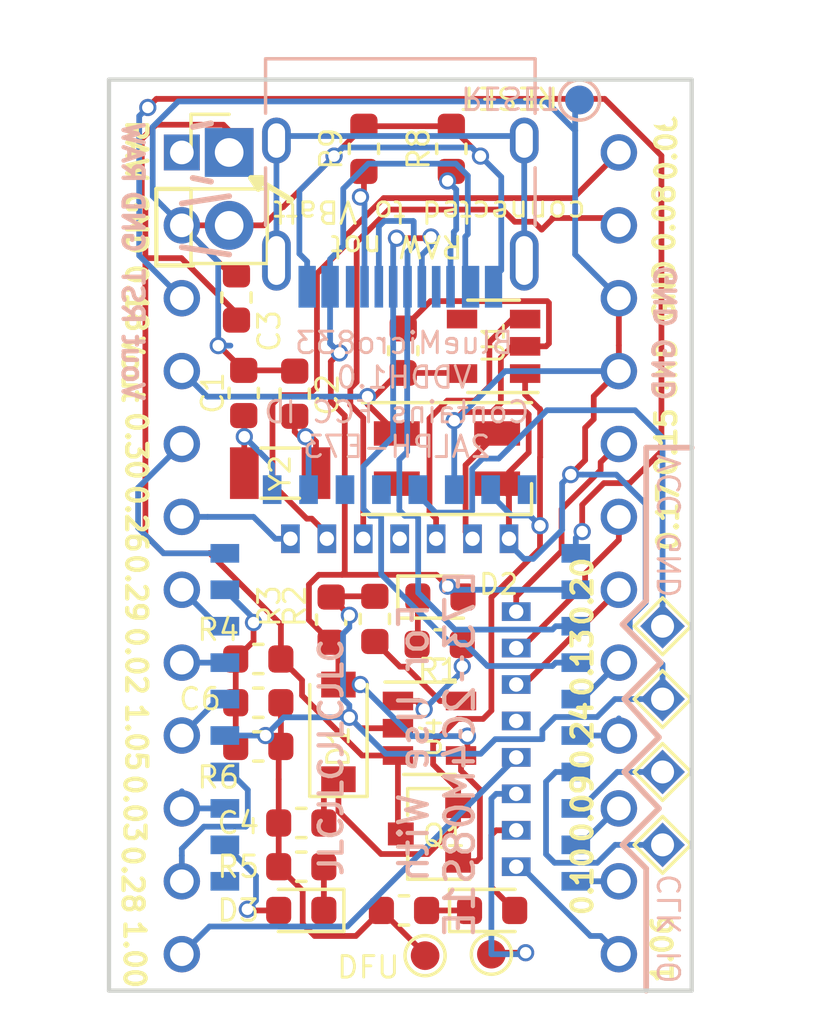
<source format=kicad_pcb>
(kicad_pcb (version 20171130) (host pcbnew "(5.1.10)-1")

  (general
    (thickness 1.6)
    (drawings 39)
    (tracks 508)
    (zones 0)
    (modules 38)
    (nets 46)
  )

  (page A4)
  (layers
    (0 F.Cu signal)
    (31 B.Cu signal)
    (32 B.Adhes user)
    (33 F.Adhes user)
    (34 B.Paste user)
    (35 F.Paste user)
    (36 B.SilkS user)
    (37 F.SilkS user)
    (38 B.Mask user)
    (39 F.Mask user)
    (40 Dwgs.User user)
    (41 Cmts.User user)
    (42 Eco1.User user hide)
    (43 Eco2.User user hide)
    (44 Edge.Cuts user)
    (45 Margin user hide)
    (46 B.CrtYd user)
    (47 F.CrtYd user)
    (48 B.Fab user)
    (49 F.Fab user)
  )

  (setup
    (last_trace_width 0.2)
    (user_trace_width 0.2)
    (user_trace_width 0.5)
    (trace_clearance 0.2)
    (zone_clearance 0.508)
    (zone_45_only yes)
    (trace_min 0.2)
    (via_size 0.6)
    (via_drill 0.4)
    (via_min_size 0.4)
    (via_min_drill 0.3)
    (uvia_size 0.3)
    (uvia_drill 0.1)
    (uvias_allowed no)
    (uvia_min_size 0.2)
    (uvia_min_drill 0.1)
    (edge_width 0.15)
    (segment_width 0.2)
    (pcb_text_width 0.3)
    (pcb_text_size 1.5 1.5)
    (mod_edge_width 0.15)
    (mod_text_size 1 1)
    (mod_text_width 0.15)
    (pad_size 3.25 3.25)
    (pad_drill 0)
    (pad_to_mask_clearance 0)
    (solder_mask_min_width 0.25)
    (aux_axis_origin 0 0)
    (grid_origin 96.181533 140.292775)
    (visible_elements 7FFFFFFF)
    (pcbplotparams
      (layerselection 0x010fc_ffffffff)
      (usegerberextensions false)
      (usegerberattributes false)
      (usegerberadvancedattributes false)
      (creategerberjobfile false)
      (excludeedgelayer true)
      (linewidth 0.100000)
      (plotframeref false)
      (viasonmask false)
      (mode 1)
      (useauxorigin false)
      (hpglpennumber 1)
      (hpglpenspeed 20)
      (hpglpendiameter 15.000000)
      (psnegative false)
      (psa4output false)
      (plotreference true)
      (plotvalue true)
      (plotinvisibletext false)
      (padsonsilk false)
      (subtractmaskfromsilk false)
      (outputformat 1)
      (mirror false)
      (drillshape 0)
      (scaleselection 1)
      (outputdirectory "gerber/"))
  )

  (net 0 "")
  (net 1 GND)
  (net 2 "Net-(C1-Pad1)")
  (net 3 VCC)
  (net 4 SWDIO)
  (net 5 RESET)
  (net 6 /P0.02)
  (net 7 /P0.29)
  (net 8 /P0.30)
  (net 9 /P0.31)
  (net 10 /P0.10)
  (net 11 /P0.09)
  (net 12 SWCLK)
  (net 13 VBUS)
  (net 14 "Net-(C2-Pad2)")
  (net 15 VBAT)
  (net 16 DATA+)
  (net 17 DATA-)
  (net 18 /P0.20)
  (net 19 /P1.06)
  (net 20 /P0.26)
  (net 21 /P0.13)
  (net 22 /P0.15)
  (net 23 "Net-(R1-Pad2)")
  (net 24 "Net-(R2-Pad1)")
  (net 25 "Net-(D2-Pad1)")
  (net 26 /P0.17)
  (net 27 DFU)
  (net 28 /P0.24)
  (net 29 BLUE_LED)
  (net 30 "Net-(D3-Pad1)")
  (net 31 /P0.03)
  (net 32 /P0.28)
  (net 33 "Net-(D4-Pad1)")
  (net 34 RED_LED)
  (net 35 "Net-(J3-PadS1)")
  (net 36 "Net-(J3-PadA5)")
  (net 37 "Net-(J3-PadB5)")
  (net 38 Vin)
  (net 39 Venable)
  (net 40 Vout)
  (net 41 SWO)
  (net 42 /P0.07)
  (net 43 /P0.06)
  (net 44 /P0.08)
  (net 45 /P1.05)

  (net_class Default "This is the default net class."
    (clearance 0.2)
    (trace_width 0.2)
    (via_dia 0.6)
    (via_drill 0.4)
    (uvia_dia 0.3)
    (uvia_drill 0.1)
    (add_net /P0.02)
    (add_net /P0.03)
    (add_net /P0.06)
    (add_net /P0.07)
    (add_net /P0.08)
    (add_net /P0.09)
    (add_net /P0.10)
    (add_net /P0.13)
    (add_net /P0.15)
    (add_net /P0.17)
    (add_net /P0.20)
    (add_net /P0.24)
    (add_net /P0.26)
    (add_net /P0.28)
    (add_net /P0.29)
    (add_net /P0.30)
    (add_net /P0.31)
    (add_net /P1.05)
    (add_net /P1.06)
    (add_net BLUE_LED)
    (add_net DATA+)
    (add_net DATA-)
    (add_net DFU)
    (add_net GND)
    (add_net "Net-(C1-Pad1)")
    (add_net "Net-(C2-Pad2)")
    (add_net "Net-(D2-Pad1)")
    (add_net "Net-(D3-Pad1)")
    (add_net "Net-(D4-Pad1)")
    (add_net "Net-(J3-PadA5)")
    (add_net "Net-(J3-PadB5)")
    (add_net "Net-(J3-PadS1)")
    (add_net "Net-(R1-Pad2)")
    (add_net "Net-(R2-Pad1)")
    (add_net RED_LED)
    (add_net RESET)
    (add_net SWCLK)
    (add_net SWDIO)
    (add_net SWO)
    (add_net VBAT)
    (add_net VBUS)
    (add_net VCC)
    (add_net Venable)
    (add_net Vin)
    (add_net Vout)
  )

  (net_class Power ""
    (clearance 0.2)
    (trace_width 0.5)
    (via_dia 0.6)
    (via_drill 0.4)
    (uvia_dia 0.3)
    (uvia_drill 0.1)
  )

  (module "JLCPCBA:PCBA Hole" (layer F.Cu) (tedit 611C02E7) (tstamp 6152D95F)
    (at 98.086533 140.292775)
    (path /6162DB1E)
    (fp_text reference H2 (at 0 0.5) (layer F.SilkS) hide
      (effects (font (size 1 1) (thickness 0.15)))
    )
    (fp_text value MountingHole (at 0 -0.5) (layer F.Fab)
      (effects (font (size 1 1) (thickness 0.15)))
    )
    (pad "" np_thru_hole circle (at 0 0) (size 1.152 1.152) (drill 1.152) (layers *.Cu *.Mask))
  )

  (module "JLCPCBA:PCBA Hole" (layer F.Cu) (tedit 611C02E7) (tstamp 6152D95A)
    (at 112.818533 110.828775)
    (path /6162CA8B)
    (fp_text reference H1 (at 0 0.5) (layer F.SilkS) hide
      (effects (font (size 1 1) (thickness 0.15)))
    )
    (fp_text value MountingHole (at 0 -0.5) (layer F.Fab)
      (effects (font (size 1 1) (thickness 0.15)))
    )
    (pad "" np_thru_hole circle (at 0 0) (size 1.152 1.152) (drill 1.152) (layers *.Cu *.Mask))
  )

  (module Capacitor_SMD:C_0603_1608Metric (layer F.Cu) (tedit 5F68FEEE) (tstamp 6152BFC4)
    (at 103.903133 119.261575 90)
    (descr "Capacitor SMD 0603 (1608 Metric), square (rectangular) end terminal, IPC_7351 nominal, (Body size source: IPC-SM-782 page 76, https://www.pcb-3d.com/wordpress/wp-content/uploads/ipc-sm-782a_amendment_1_and_2.pdf), generated with kicad-footprint-generator")
    (tags capacitor)
    (path /61616F6E)
    (attr smd)
    (fp_text reference C5 (at 0 -1.43 90) (layer F.SilkS) hide
      (effects (font (size 1 1) (thickness 0.15)))
    )
    (fp_text value 10uF (at 0 1.43 90) (layer F.Fab)
      (effects (font (size 1 1) (thickness 0.15)))
    )
    (fp_line (start 1.48 0.73) (end -1.48 0.73) (layer F.CrtYd) (width 0.05))
    (fp_line (start 1.48 -0.73) (end 1.48 0.73) (layer F.CrtYd) (width 0.05))
    (fp_line (start -1.48 -0.73) (end 1.48 -0.73) (layer F.CrtYd) (width 0.05))
    (fp_line (start -1.48 0.73) (end -1.48 -0.73) (layer F.CrtYd) (width 0.05))
    (fp_line (start -0.14058 0.51) (end 0.14058 0.51) (layer F.SilkS) (width 0.12))
    (fp_line (start -0.14058 -0.51) (end 0.14058 -0.51) (layer F.SilkS) (width 0.12))
    (fp_line (start 0.8 0.4) (end -0.8 0.4) (layer F.Fab) (width 0.1))
    (fp_line (start 0.8 -0.4) (end 0.8 0.4) (layer F.Fab) (width 0.1))
    (fp_line (start -0.8 -0.4) (end 0.8 -0.4) (layer F.Fab) (width 0.1))
    (fp_line (start -0.8 0.4) (end -0.8 -0.4) (layer F.Fab) (width 0.1))
    (fp_text user %R (at 0 0 90) (layer F.Fab)
      (effects (font (size 0.4 0.4) (thickness 0.06)))
    )
    (pad 2 smd roundrect (at 0.775 0 90) (size 0.9 0.95) (layers F.Cu F.Paste F.Mask) (roundrect_rratio 0.25)
      (net 1 GND))
    (pad 1 smd roundrect (at -0.775 0 90) (size 0.9 0.95) (layers F.Cu F.Paste F.Mask) (roundrect_rratio 0.25)
      (net 40 Vout))
    (model ${KISYS3DMOD}/Capacitor_SMD.3dshapes/C_0603_1608Metric.wrl
      (at (xyz 0 0 0))
      (scale (xyz 1 1 1))
      (rotate (xyz 0 0 0))
    )
  )

  (module LED_SMD:LED_SK6812MINI_PLCC4_3.5x3.5mm_P1.75mm (layer F.Cu) (tedit 5AA4B22F) (tstamp 615295D4)
    (at 105.427133 123.020775)
    (descr https://cdn-shop.adafruit.com/product-files/2686/SK6812MINI_REV.01-1-2.pdf)
    (tags "LED RGB NeoPixel Mini")
    (path /615F4BA9)
    (attr smd)
    (fp_text reference D5 (at 0 -2.75) (layer F.SilkS) hide
      (effects (font (size 1 1) (thickness 0.15)))
    )
    (fp_text value WS2812B (at 0 3.25) (layer F.Fab)
      (effects (font (size 1 1) (thickness 0.15)))
    )
    (fp_circle (center 0 0) (end 0 -1.5) (layer F.Fab) (width 0.1))
    (fp_line (start 2.95 1.95) (end 2.95 0.875) (layer F.SilkS) (width 0.12))
    (fp_line (start -2.95 1.95) (end 2.95 1.95) (layer F.SilkS) (width 0.12))
    (fp_line (start -2.95 -1.95) (end 2.95 -1.95) (layer F.SilkS) (width 0.12))
    (fp_line (start 1.75 -1.75) (end -1.75 -1.75) (layer F.Fab) (width 0.1))
    (fp_line (start 1.75 1.75) (end 1.75 -1.75) (layer F.Fab) (width 0.1))
    (fp_line (start -1.75 1.75) (end 1.75 1.75) (layer F.Fab) (width 0.1))
    (fp_line (start -1.75 -1.75) (end -1.75 1.75) (layer F.Fab) (width 0.1))
    (fp_line (start 1.75 0.75) (end 0.75 1.75) (layer F.Fab) (width 0.1))
    (fp_line (start -2.8 -2) (end -2.8 2) (layer F.CrtYd) (width 0.05))
    (fp_line (start -2.8 2) (end 2.8 2) (layer F.CrtYd) (width 0.05))
    (fp_line (start 2.8 2) (end 2.8 -2) (layer F.CrtYd) (width 0.05))
    (fp_line (start 2.8 -2) (end -2.8 -2) (layer F.CrtYd) (width 0.05))
    (fp_text user %R (at 0 0) (layer F.Fab)
      (effects (font (size 0.5 0.5) (thickness 0.1)))
    )
    (fp_text user 1 (at -3.5 -0.875) (layer F.SilkS) hide
      (effects (font (size 1 1) (thickness 0.15)))
    )
    (pad 1 smd rect (at -1.75 -0.875) (size 1.6 0.85) (layers F.Cu F.Paste F.Mask)
      (net 40 Vout))
    (pad 2 smd rect (at -1.75 0.875) (size 1.6 0.85) (layers F.Cu F.Paste F.Mask))
    (pad 4 smd rect (at 1.75 -0.875) (size 1.6 0.85) (layers F.Cu F.Paste F.Mask)
      (net 42 /P0.07))
    (pad 3 smd rect (at 1.75 0.875) (size 1.6 0.85) (layers F.Cu F.Paste F.Mask)
      (net 1 GND))
    (model ${KISYS3DMOD}/LED_SMD.3dshapes/LED_SK6812MINI_PLCC4_3.5x3.5mm_P1.75mm.wrl
      (at (xyz 0 0 0))
      (scale (xyz 1 1 1))
      (rotate (xyz 0 0 0))
    )
  )

  (module nrfmicro:pro_micro (layer F.Cu) (tedit 5E98BB75) (tstamp 5DAC81BB)
    (at 103.801533 124.798775)
    (path /5AC0283B)
    (fp_text reference U2 (at 0.508 -14.732) (layer Eco1.User)
      (effects (font (size 1.27 1.524) (thickness 0.2032)))
    )
    (fp_text value ProMicro (at 0 1.524 -90) (layer Margin) hide
      (effects (font (size 1.27 1.524) (thickness 0.2032)))
    )
    (fp_line (start -6.35 -11.176) (end -8.89 -11.176) (layer Margin) (width 0.381))
    (fp_line (start -6.35 -13.716) (end -6.35 -11.176) (layer Margin) (width 0.381))
    (fp_line (start 8.89 16.764) (end 8.89 -13.716) (layer Margin) (width 0.381))
    (fp_line (start -8.89 16.764) (end 8.89 16.764) (layer Margin) (width 0.381))
    (fp_line (start -8.89 -13.716) (end -8.89 16.764) (layer Margin) (width 0.381))
    (fp_line (start 8.89 -13.716) (end -8.89 -13.716) (layer Margin) (width 0.381))
    (fp_line (start 8.89 -13.716) (end -8.89 -13.716) (layer Margin) (width 0.381))
    (fp_line (start -8.89 -13.716) (end -8.89 16.764) (layer Margin) (width 0.381))
    (fp_line (start -8.89 16.764) (end 8.89 16.764) (layer Margin) (width 0.381))
    (fp_line (start 8.89 16.764) (end 8.89 -13.716) (layer Margin) (width 0.381))
    (fp_line (start -6.35 -13.716) (end -6.35 -11.176) (layer Margin) (width 0.381))
    (fp_line (start -6.35 -11.176) (end -8.89 -11.176) (layer Margin) (width 0.381))
    (fp_text user RAW (at -9.2075 -12.5095 270 unlocked) (layer F.SilkS)
      (effects (font (size 0.7 0.7) (thickness 0.15)))
    )
    (fp_text user GND (at -9.2075 -9.9695 270 unlocked) (layer F.SilkS)
      (effects (font (size 0.7 0.7) (thickness 0.15)))
    )
    (fp_text user 0.18 (at -9.2075 -7.366 270 unlocked) (layer F.SilkS)
      (effects (font (size 0.7 0.7) (thickness 0.15)))
    )
    (fp_text user Vout (at -9.3345 -4.8895 -90 unlocked) (layer F.SilkS)
      (effects (font (size 0.7 0.7) (thickness 0.15)))
    )
    (fp_text user 0.30 (at -9.2075 -2.2225 270 unlocked) (layer F.SilkS)
      (effects (font (size 0.7 0.7) (thickness 0.15)))
    )
    (fp_text user 0.26 (at -9.2075 0.3175 -90 unlocked) (layer F.SilkS)
      (effects (font (size 0.7 0.7) (thickness 0.15)))
    )
    (fp_text user 0.02 (at -9.2075 5.2705 270 unlocked) (layer F.SilkS)
      (effects (font (size 0.7 0.7) (thickness 0.15)))
    )
    (fp_text user 0.29 (at -9.2075 2.7305 270 unlocked) (layer F.SilkS)
      (effects (font (size 0.7 0.7) (thickness 0.15)))
    )
    (fp_text user 1.05 (at -9.2075 7.9375 -90 unlocked) (layer F.SilkS)
      (effects (font (size 0.7 0.7) (thickness 0.15)))
    )
    (fp_text user 0.03 (at -9.271 10.414 270 unlocked) (layer F.SilkS)
      (effects (font (size 0.7 0.7) (thickness 0.15)))
    )
    (fp_text user 0.28 (at -9.3345 12.8905 270 unlocked) (layer F.SilkS)
      (effects (font (size 0.7 0.7) (thickness 0.15)))
    )
    (fp_text user 1.00 (at -9.271 15.494 -90 unlocked) (layer F.SilkS)
      (effects (font (size 0.7 0.7) (thickness 0.15)))
    )
    (fp_text user TX (at 9.271 -12.3825 -90) (layer B.SilkS) hide
      (effects (font (size 0.7 0.7) (thickness 0.15)) (justify mirror))
    )
    (fp_text user RX (at 9.3345 -9.8425 90) (layer B.SilkS) hide
      (effects (font (size 0.7 0.7) (thickness 0.15)) (justify mirror))
    )
    (fp_text user GND (at 9.271 -7.4295 90) (layer B.SilkS)
      (effects (font (size 0.7 0.7) (thickness 0.15)) (justify mirror))
    )
    (fp_text user GND (at 9.2075 -4.8895 90) (layer B.SilkS)
      (effects (font (size 0.7 0.7) (thickness 0.15)) (justify mirror))
    )
    (fp_text user D1 (at 6.096 -2.286) (layer Margin)
      (effects (font (size 0.7 0.7) (thickness 0.15)))
    )
    (fp_text user D0 (at 6.096 0.254) (layer Margin)
      (effects (font (size 0.7 0.7) (thickness 0.15)))
    )
    (fp_text user D4 (at 6.096 2.794) (layer Margin)
      (effects (font (size 0.7 0.7) (thickness 0.15)))
    )
    (fp_text user C6 (at 6.096 5.334) (layer Margin)
      (effects (font (size 0.7 0.7) (thickness 0.15)))
    )
    (fp_text user D7 (at 6.096 7.874) (layer Margin)
      (effects (font (size 0.7 0.7) (thickness 0.15)))
    )
    (fp_text user E6 (at 6.096 10.414) (layer Margin)
      (effects (font (size 0.7 0.7) (thickness 0.15)))
    )
    (fp_text user B4 (at 6.096 12.954) (layer Margin)
      (effects (font (size 0.7 0.7) (thickness 0.15)))
    )
    (fp_text user B5 (at 6.096 15.494) (layer Margin)
      (effects (font (size 0.7 0.7) (thickness 0.15)))
    )
    (fp_text user 1.06 (at 9.144 15.3035 90) (layer F.SilkS)
      (effects (font (size 0.7 0.7) (thickness 0.15)))
    )
    (fp_text user 0.10 (at 6.35 12.954 90) (layer F.SilkS)
      (effects (font (size 0.7 0.7) (thickness 0.15)))
    )
    (fp_text user 0.09 (at 6.35 10.414 90) (layer F.SilkS)
      (effects (font (size 0.7 0.7) (thickness 0.15)))
    )
    (fp_text user 0.24 (at 6.35 7.874 90) (layer F.SilkS)
      (effects (font (size 0.7 0.7) (thickness 0.15)))
    )
    (fp_text user 0.13 (at 6.35 5.334 90) (layer F.SilkS)
      (effects (font (size 0.7 0.7) (thickness 0.15)))
    )
    (fp_text user 0.20 (at 6.35 2.8575 90) (layer F.SilkS)
      (effects (font (size 0.7 0.7) (thickness 0.15)))
    )
    (fp_text user 0.17 (at 9.3345 0.254 90) (layer F.SilkS)
      (effects (font (size 0.7 0.7) (thickness 0.15)))
    )
    (fp_text user 0.15 (at 9.271 -2.3495 90) (layer F.SilkS)
      (effects (font (size 0.7 0.7) (thickness 0.15)))
    )
    (fp_text user GND (at 9.271 -4.8895 90) (layer F.SilkS)
      (effects (font (size 0.7 0.7) (thickness 0.15)))
    )
    (fp_text user GND (at 9.2075 -7.62 90) (layer F.SilkS)
      (effects (font (size 0.7 0.7) (thickness 0.15)))
    )
    (fp_text user 0.08 (at 9.2075 -10.16 90) (layer F.SilkS)
      (effects (font (size 0.7 0.7) (thickness 0.15)))
    )
    (fp_text user 0.06 (at 9.271 -12.6365 90) (layer F.SilkS)
      (effects (font (size 0.7 0.7) (thickness 0.15)))
    )
    (fp_text user B6 (at -6.096 15.494) (layer Margin)
      (effects (font (size 0.7 0.7) (thickness 0.15)))
    )
    (fp_text user B2 (at -6.096 12.954) (layer Margin)
      (effects (font (size 0.7 0.7) (thickness 0.15)))
    )
    (fp_text user B3 (at -6.096 10.414) (layer Margin)
      (effects (font (size 0.7 0.7) (thickness 0.15)))
    )
    (fp_text user B1 (at -6.096 7.874) (layer Margin)
      (effects (font (size 0.7 0.7) (thickness 0.15)))
    )
    (fp_text user F6 (at -6.096 2.794) (layer Margin)
      (effects (font (size 0.7 0.7) (thickness 0.15)))
    )
    (fp_text user F7 (at -6.096 5.334) (layer Margin)
      (effects (font (size 0.7 0.7) (thickness 0.15)))
    )
    (fp_text user F5 (at -6.096 0.254) (layer Margin)
      (effects (font (size 0.7 0.7) (thickness 0.15)))
    )
    (fp_text user F4 (at -6.096 -2.286) (layer Margin)
      (effects (font (size 0.7 0.7) (thickness 0.15)))
    )
    (fp_text user Vout (at -9.3345 -4.953 -90 unlocked) (layer B.SilkS)
      (effects (font (size 0.7 0.7) (thickness 0.15)) (justify mirror))
    )
    (fp_text user RST (at -9.3345 -7.4295 270 unlocked) (layer B.SilkS)
      (effects (font (size 0.7 0.7) (thickness 0.15)) (justify mirror))
    )
    (fp_text user GND (at -9.3345 -10.033 270 unlocked) (layer B.SilkS)
      (effects (font (size 0.7 0.7) (thickness 0.15)) (justify mirror))
    )
    (fp_text user RAW (at -9.3345 -12.446 270 unlocked) (layer B.SilkS)
      (effects (font (size 0.7 0.7) (thickness 0.15)) (justify mirror))
    )
    (pad 13 thru_hole circle (at 7.62 -12.446 270) (size 1.27 1.27) (drill 0.825) (layers *.Cu *.Mask)
      (net 43 /P0.06))
    (pad 14 thru_hole circle (at 7.62 -9.906 270) (size 1.27 1.27) (drill 0.825) (layers *.Cu *.Mask)
      (net 44 /P0.08))
    (pad 15 thru_hole circle (at 7.62 -7.366 270) (size 1.27 1.27) (drill 0.825) (layers *.Cu *.Mask)
      (net 1 GND))
    (pad 16 thru_hole circle (at 7.62 -4.826 270) (size 1.27 1.27) (drill 0.825) (layers *.Cu *.Mask)
      (net 1 GND))
    (pad 17 thru_hole circle (at 7.62 -2.286 270) (size 1.27 1.27) (drill 0.825) (layers *.Cu *.Mask)
      (net 22 /P0.15))
    (pad 18 thru_hole circle (at 7.62 0.254 270) (size 1.27 1.27) (drill 0.825) (layers *.Cu *.Mask)
      (net 26 /P0.17))
    (pad 19 thru_hole circle (at 7.62 2.794 270) (size 1.27 1.27) (drill 0.825) (layers *.Cu *.Mask)
      (net 18 /P0.20))
    (pad 20 thru_hole circle (at 7.62 5.334 270) (size 1.27 1.27) (drill 0.825) (layers *.Cu *.Mask)
      (net 21 /P0.13))
    (pad 21 thru_hole circle (at 7.62 7.874 90) (size 1.27 1.27) (drill 0.825) (layers *.Cu *.Mask)
      (net 28 /P0.24))
    (pad 22 thru_hole circle (at 7.62 10.414 270) (size 1.27 1.27) (drill 0.825) (layers *.Cu *.Mask)
      (net 11 /P0.09))
    (pad 23 thru_hole circle (at 7.62 12.954 270) (size 1.27 1.27) (drill 0.825) (layers *.Cu *.Mask)
      (net 10 /P0.10))
    (pad 24 thru_hole circle (at 7.62 15.494 270) (size 1.27 1.27) (drill 0.825) (layers *.Cu *.Mask)
      (net 19 /P1.06))
    (pad 12 thru_hole circle (at -7.62 15.494 270) (size 1.27 1.27) (drill 0.825) (layers *.Cu *.Mask)
      (net 41 SWO))
    (pad 11 thru_hole circle (at -7.62 12.954 270) (size 1.27 1.27) (drill 0.825) (layers *.Cu *.Mask)
      (net 32 /P0.28))
    (pad 10 thru_hole circle (at -7.62 10.414 270) (size 1.27 1.27) (drill 0.825) (layers *.Cu *.Mask)
      (net 31 /P0.03))
    (pad 9 thru_hole circle (at -7.62 7.874 270) (size 1.27 1.27) (drill 0.825) (layers *.Cu *.Mask)
      (net 45 /P1.05))
    (pad 8 thru_hole circle (at -7.62 5.334 270) (size 1.27 1.27) (drill 0.825) (layers *.Cu *.Mask)
      (net 6 /P0.02))
    (pad 7 thru_hole circle (at -7.62 2.794 270) (size 1.27 1.27) (drill 0.825) (layers *.Cu *.Mask)
      (net 7 /P0.29))
    (pad 6 thru_hole circle (at -7.62 0.254 270) (size 1.27 1.27) (drill 0.825) (layers *.Cu *.Mask)
      (net 20 /P0.26))
    (pad 5 thru_hole circle (at -7.62 -2.286 270) (size 1.27 1.27) (drill 0.825) (layers *.Cu *.Mask)
      (net 8 /P0.30))
    (pad 4 thru_hole circle (at -7.62 -4.826 270) (size 1.27 1.27) (drill 0.825) (layers *.Cu *.Mask)
      (net 40 Vout))
    (pad 3 thru_hole circle (at -7.62 -7.366 270) (size 1.27 1.27) (drill 0.825) (layers *.Cu *.Mask)
      (net 5 RESET))
    (pad 2 thru_hole circle (at -7.62 -9.906 270) (size 1.27 1.27) (drill 0.825) (layers *.Cu *.Mask)
      (net 1 GND))
    (pad 1 thru_hole rect (at -7.62 -12.446 270) (size 1.25 1.25) (drill 0.825) (layers *.Cu *.Mask))
  )

  (module Connector_USB:USB_C_Receptacle_HRO_TYPE-C-31-M-12 (layer B.Cu) (tedit 5D3C0721) (tstamp 5E9FA487)
    (at 103.801533 112.987775)
    (descr "USB Type-C receptacle for USB 2.0 and PD, http://www.krhro.com/uploads/soft/180320/1-1P320120243.pdf")
    (tags "usb usb-c 2.0 pd")
    (path /5E93683A)
    (attr smd)
    (fp_text reference J3 (at 0 5.645) (layer B.SilkS) hide
      (effects (font (size 1 1) (thickness 0.15)) (justify mirror))
    )
    (fp_text value DNP (at 0 -5.1) (layer B.Fab)
      (effects (font (size 1 1) (thickness 0.15)) (justify mirror))
    )
    (fp_line (start -4.7 -3.9) (end 4.7 -3.9) (layer B.SilkS) (width 0.12))
    (fp_line (start -4.47 3.65) (end 4.47 3.65) (layer B.Fab) (width 0.1))
    (fp_line (start -4.47 3.65) (end -4.47 -3.65) (layer B.Fab) (width 0.1))
    (fp_line (start -4.47 -3.65) (end 4.47 -3.65) (layer B.Fab) (width 0.1))
    (fp_line (start 4.47 3.65) (end 4.47 -3.65) (layer B.Fab) (width 0.1))
    (fp_line (start -5.32 5.27) (end 5.32 5.27) (layer B.CrtYd) (width 0.05))
    (fp_line (start -5.32 -4.15) (end 5.32 -4.15) (layer B.CrtYd) (width 0.05))
    (fp_line (start -5.32 5.27) (end -5.32 -4.15) (layer B.CrtYd) (width 0.05))
    (fp_line (start 5.32 5.27) (end 5.32 -4.15) (layer B.CrtYd) (width 0.05))
    (fp_line (start 4.7 1.9) (end 4.7 -0.1) (layer B.SilkS) (width 0.12))
    (fp_line (start 4.7 -2) (end 4.7 -3.9) (layer B.SilkS) (width 0.12))
    (fp_line (start -4.7 1.9) (end -4.7 -0.1) (layer B.SilkS) (width 0.12))
    (fp_line (start -4.7 -2) (end -4.7 -3.9) (layer B.SilkS) (width 0.12))
    (fp_text user %R (at 0 0) (layer B.Fab)
      (effects (font (size 1 1) (thickness 0.15)) (justify mirror))
    )
    (pad B1 smd rect (at 3.25 4.045) (size 0.6 1.45) (layers B.Cu B.Paste B.Mask)
      (net 1 GND))
    (pad A9 smd rect (at 2.45 4.045) (size 0.6 1.45) (layers B.Cu B.Paste B.Mask)
      (net 13 VBUS))
    (pad B9 smd rect (at -2.45 4.045) (size 0.6 1.45) (layers B.Cu B.Paste B.Mask)
      (net 13 VBUS))
    (pad B12 smd rect (at -3.25 4.045) (size 0.6 1.45) (layers B.Cu B.Paste B.Mask)
      (net 1 GND))
    (pad A1 smd rect (at -3.25 4.045) (size 0.6 1.45) (layers B.Cu B.Paste B.Mask)
      (net 1 GND))
    (pad A4 smd rect (at -2.45 4.045) (size 0.6 1.45) (layers B.Cu B.Paste B.Mask)
      (net 13 VBUS))
    (pad B4 smd rect (at 2.45 4.045) (size 0.6 1.45) (layers B.Cu B.Paste B.Mask)
      (net 13 VBUS))
    (pad A12 smd rect (at 3.25 4.045) (size 0.6 1.45) (layers B.Cu B.Paste B.Mask)
      (net 1 GND))
    (pad B8 smd rect (at -1.75 4.045) (size 0.3 1.45) (layers B.Cu B.Paste B.Mask))
    (pad A5 smd rect (at -1.25 4.045) (size 0.3 1.45) (layers B.Cu B.Paste B.Mask)
      (net 36 "Net-(J3-PadA5)"))
    (pad B7 smd rect (at -0.75 4.045) (size 0.3 1.45) (layers B.Cu B.Paste B.Mask)
      (net 17 DATA-))
    (pad A7 smd rect (at 0.25 4.045) (size 0.3 1.45) (layers B.Cu B.Paste B.Mask)
      (net 17 DATA-))
    (pad B6 smd rect (at 0.75 4.045) (size 0.3 1.45) (layers B.Cu B.Paste B.Mask)
      (net 16 DATA+))
    (pad A8 smd rect (at 1.25 4.045) (size 0.3 1.45) (layers B.Cu B.Paste B.Mask))
    (pad B5 smd rect (at 1.75 4.045) (size 0.3 1.45) (layers B.Cu B.Paste B.Mask)
      (net 37 "Net-(J3-PadB5)"))
    (pad A6 smd rect (at -0.25 4.045) (size 0.3 1.45) (layers B.Cu B.Paste B.Mask)
      (net 16 DATA+))
    (pad S1 thru_hole oval (at 4.32 3.13) (size 1 2.1) (drill oval 0.6 1.7) (layers *.Cu *.Mask)
      (net 35 "Net-(J3-PadS1)"))
    (pad S1 thru_hole oval (at -4.32 3.13) (size 1 2.1) (drill oval 0.6 1.7) (layers *.Cu *.Mask)
      (net 35 "Net-(J3-PadS1)"))
    (pad "" np_thru_hole circle (at -2.89 2.6) (size 0.65 0.65) (drill 0.65) (layers *.Cu *.Mask))
    (pad S1 thru_hole oval (at -4.32 -1.05) (size 1 1.6) (drill oval 0.6 1.2) (layers *.Cu *.Mask)
      (net 35 "Net-(J3-PadS1)"))
    (pad "" np_thru_hole circle (at 2.89 2.6) (size 0.65 0.65) (drill 0.65) (layers *.Cu *.Mask))
    (pad S1 thru_hole oval (at 4.32 -1.05) (size 1 1.6) (drill oval 0.6 1.2) (layers *.Cu *.Mask)
      (net 35 "Net-(J3-PadS1)"))
    (model ${KISYS3DMOD}/Connector_USB.3dshapes/USB_C_Receptacle_HRO_TYPE-C-31-M-12.wrl
      (at (xyz 0 0 0))
      (scale (xyz 1 1 1))
      (rotate (xyz 0 0 0))
    )
  )

  (module nrfmicro:E73-2G4M08S1C-52840 (layer B.Cu) (tedit 5E9502C2) (tstamp 5C6ECCBA)
    (at 103.801533 123.722775 270)
    (path /5C7001D3)
    (fp_text reference U5 (at 3.87 1.905) (layer B.SilkS) hide
      (effects (font (size 1 1) (thickness 0.15)) (justify mirror))
    )
    (fp_text value E73-2G4M08S1E (at 9.778775 0.635467) (layer B.Fab) hide
      (effects (font (size 1 1) (thickness 0.15)) (justify mirror))
    )
    (fp_line (start -0.127 6.604) (end -0.127 -6.604) (layer B.Fab) (width 0.15))
    (fp_line (start -0.127 -6.604) (end 18.034 -6.604) (layer B.Fab) (width 0.15))
    (fp_line (start 18.034 -6.604) (end 18.034 6.604) (layer B.Fab) (width 0.15))
    (fp_line (start 18.034 6.604) (end -0.127 6.604) (layer B.Fab) (width 0.15))
    (fp_text user E73-2G4M08S1C (at 9.458 3.81 270) (layer B.SilkS) hide
      (effects (font (size 1 1) (thickness 0.15)) (justify mirror))
    )
    (pad 28 thru_hole rect (at 4.632 -4.041 270) (size 0.65 1) (drill 0.5) (layers *.Cu *.Mask)
      (net 22 /P0.15))
    (pad 10 smd rect (at 2.6 6.119 270) (size 0.65 1) (layers B.Cu B.Paste B.Mask)
      (net 8 /P0.30))
    (pad 9 smd rect (at 3.87 6.119 270) (size 0.65 1) (layers B.Cu B.Paste B.Mask)
      (net 9 /P0.31))
    (pad 8 smd rect (at 5.14 6.119 270) (size 0.65 1) (layers B.Cu B.Paste B.Mask)
      (net 7 /P0.29))
    (pad 7 smd rect (at 6.41 6.119 270) (size 0.65 1) (layers B.Cu B.Paste B.Mask)
      (net 6 /P0.02))
    (pad 6 smd rect (at 7.68 6.119 270) (size 0.65 1) (layers B.Cu B.Paste B.Mask)
      (net 45 /P1.05))
    (pad 5 smd rect (at 8.95 6.119 270) (size 0.65 1) (layers B.Cu B.Paste B.Mask)
      (net 1 GND))
    (pad 4 smd rect (at 10.22 6.119 270) (size 0.65 1) (layers B.Cu B.Paste B.Mask)
      (net 32 /P0.28))
    (pad 3 smd rect (at 11.49 6.119 270) (size 0.65 1) (layers B.Cu B.Paste B.Mask)
      (net 31 /P0.03))
    (pad 2 smd rect (at 12.76 6.119 270) (size 0.65 1) (layers B.Cu B.Paste B.Mask)
      (net 29 BLUE_LED))
    (pad 1 smd rect (at 14.03 6.119 270) (size 0.65 1) (layers B.Cu B.Paste B.Mask))
    (pad 31 smd rect (at 6.41 -6.119 270) (size 0.65 1) (layers B.Cu B.Paste B.Mask)
      (net 16 DATA+))
    (pad 43 smd rect (at 14.03 -6.119 270) (size 0.65 1) (layers B.Cu B.Paste B.Mask)
      (net 10 /P0.10))
    (pad 33 smd rect (at 7.68 -6.119 270) (size 0.65 1) (layers B.Cu B.Paste B.Mask)
      (net 21 /P0.13))
    (pad 41 smd rect (at 12.76 -6.119 270) (size 0.65 1) (layers B.Cu B.Paste B.Mask)
      (net 11 /P0.09))
    (pad 39 smd rect (at 11.49 -6.119 270) (size 0.65 1) (layers B.Cu B.Paste B.Mask)
      (net 12 SWCLK))
    (pad 37 smd rect (at 10.22 -6.119 270) (size 0.65 1) (layers B.Cu B.Paste B.Mask)
      (net 4 SWDIO))
    (pad 29 smd rect (at 5.14 -6.119 270) (size 0.65 1) (layers B.Cu B.Paste B.Mask)
      (net 17 DATA-))
    (pad 35 smd rect (at 8.95 -6.119 270) (size 0.65 1) (layers B.Cu B.Paste B.Mask)
      (net 28 /P0.24))
    (pad 27 smd rect (at 3.87 -6.119 270) (size 0.65 1) (layers B.Cu B.Paste B.Mask)
      (net 13 VBUS))
    (pad 26 smd rect (at 2.6 -6.119 270) (size 0.65 1) (layers B.Cu B.Paste B.Mask)
      (net 5 RESET))
    (pad 23 smd rect (at 0.381 -3.15 180) (size 0.65 1) (layers B.Cu B.Paste B.Mask)
      (net 38 Vin))
    (pad 11 smd rect (at 0.381 4.47 180) (size 0.65 1) (layers B.Cu B.Paste B.Mask)
      (net 2 "Net-(C1-Pad1)"))
    (pad 21 smd rect (at 0.381 -1.88 180) (size 0.65 1) (layers B.Cu B.Paste B.Mask)
      (net 1 GND))
    (pad 13 smd rect (at 0.381 3.2 180) (size 0.65 1) (layers B.Cu B.Paste B.Mask)
      (net 14 "Net-(C2-Pad2)"))
    (pad 15 smd rect (at 0.381 1.93 180) (size 0.65 1) (layers B.Cu B.Paste B.Mask))
    (pad 17 smd rect (at 0.381 0.66 180) (size 0.65 1) (layers B.Cu B.Paste B.Mask))
    (pad 25 smd rect (at 0.381 -4.42 180) (size 0.65 1) (layers B.Cu B.Paste B.Mask))
    (pad 19 smd rect (at 0.381 -0.61 180) (size 0.65 1) (layers B.Cu B.Paste B.Mask)
      (net 3 VCC))
    (pad 30 thru_hole rect (at 5.902 -4.041 270) (size 0.65 1) (drill 0.5) (layers *.Cu *.Mask)
      (net 26 /P0.17))
    (pad 32 thru_hole rect (at 7.172 -4.041 270) (size 0.65 1) (drill 0.5) (layers *.Cu *.Mask)
      (net 18 /P0.20))
    (pad 34 thru_hole rect (at 8.442 -4.041 270) (size 0.65 1) (drill 0.5) (layers *.Cu *.Mask))
    (pad 36 thru_hole rect (at 9.712 -4.041 270) (size 0.65 1) (drill 0.5) (layers *.Cu *.Mask)
      (net 41 SWO))
    (pad 38 thru_hole rect (at 10.982 -4.041 270) (size 0.65 1) (drill 0.5) (layers *.Cu *.Mask)
      (net 27 DFU))
    (pad 40 thru_hole rect (at 12.252 -4.041 270) (size 0.65 1) (drill 0.5) (layers *.Cu *.Mask)
      (net 34 RED_LED))
    (pad 42 thru_hole rect (at 13.522 -4.041 270) (size 0.65 1) (drill 0.5) (layers *.Cu *.Mask)
      (net 19 /P1.06))
    (pad 14 thru_hole rect (at 2.092 2.563 180) (size 0.65 1) (drill 0.5) (layers *.Cu *.Mask)
      (net 43 /P0.06))
    (pad 12 thru_hole rect (at 2.092 3.833 180) (size 0.65 1) (drill 0.5) (layers *.Cu *.Mask)
      (net 20 /P0.26))
    (pad 20 thru_hole rect (at 2.092 -1.247 180) (size 0.65 1) (drill 0.5) (layers *.Cu *.Mask)
      (net 39 Venable))
    (pad 16 thru_hole rect (at 2.092 1.293 180) (size 0.65 1) (drill 0.5) (layers *.Cu *.Mask)
      (net 44 /P0.08))
    (pad 22 thru_hole rect (at 2.092 -2.517 180) (size 0.65 1) (drill 0.5) (layers *.Cu *.Mask)
      (net 42 /P0.07))
    (pad 24 thru_hole rect (at 2.092 -3.787 180) (size 0.65 1) (drill 0.5) (layers *.Cu *.Mask)
      (net 1 GND))
    (pad 18 thru_hole rect (at 2.092 0.023 180) (size 0.65 1) (drill 0.5) (layers *.Cu *.Mask))
  )

  (module LED_SMD:LED_0603_1608Metric (layer F.Cu) (tedit 5CAD6F1D) (tstamp 5C71A0D8)
    (at 100.347033 138.768775 180)
    (descr "LED SMD 0603 (1608 Metric), square (rectangular) end terminal, IPC_7351 nominal, (Body size source: http://www.tortai-tech.com/upload/download/2011102023233369053.pdf), generated with kicad-footprint-generator")
    (tags diode)
    (path /5C7545DA)
    (attr smd)
    (fp_text reference D3 (at 2.197 0 180) (layer F.SilkS)
      (effects (font (size 0.75 0.75) (thickness 0.1)))
    )
    (fp_text value 19-217/BHC-ZL1M2RY/3T (at 0 1.43 180) (layer F.Fab)
      (effects (font (size 1 1) (thickness 0.15)))
    )
    (fp_line (start 0.8 -0.4) (end -0.5 -0.4) (layer F.Fab) (width 0.1))
    (fp_line (start -0.5 -0.4) (end -0.8 -0.1) (layer F.Fab) (width 0.1))
    (fp_line (start -0.8 -0.1) (end -0.8 0.4) (layer F.Fab) (width 0.1))
    (fp_line (start -0.8 0.4) (end 0.8 0.4) (layer F.Fab) (width 0.1))
    (fp_line (start 0.8 0.4) (end 0.8 -0.4) (layer F.Fab) (width 0.1))
    (fp_line (start 0.8 -0.735) (end -1.485 -0.735) (layer F.SilkS) (width 0.12))
    (fp_line (start -1.485 -0.735) (end -1.485 0.735) (layer F.SilkS) (width 0.12))
    (fp_line (start -1.485 0.735) (end 0.8 0.735) (layer F.SilkS) (width 0.12))
    (fp_line (start -1.48 0.73) (end -1.48 -0.73) (layer F.CrtYd) (width 0.05))
    (fp_line (start -1.48 -0.73) (end 1.48 -0.73) (layer F.CrtYd) (width 0.05))
    (fp_line (start 1.48 -0.73) (end 1.48 0.73) (layer F.CrtYd) (width 0.05))
    (fp_line (start 1.48 0.73) (end -1.48 0.73) (layer F.CrtYd) (width 0.05))
    (fp_text user %R (at 0 0 180) (layer F.Fab)
      (effects (font (size 0.4 0.4) (thickness 0.06)))
    )
    (pad 1 smd roundrect (at -0.7875 0 180) (size 0.875 0.95) (layers F.Cu F.Paste F.Mask) (roundrect_rratio 0.25)
      (net 30 "Net-(D3-Pad1)"))
    (pad 2 smd roundrect (at 0.7875 0 180) (size 0.875 0.95) (layers F.Cu F.Paste F.Mask) (roundrect_rratio 0.25)
      (net 29 BLUE_LED))
    (model ${KISYS3DMOD}/LED_SMD.3dshapes/LED_0603_1608Metric.wrl
      (at (xyz 0 0 0))
      (scale (xyz 1 1 1))
      (rotate (xyz 0 0 0))
    )
  )

  (module LED_SMD:LED_0603_1608Metric (layer F.Cu) (tedit 5CAD6FA4) (tstamp 5C711F3F)
    (at 105.198533 127.846775)
    (descr "LED SMD 0603 (1608 Metric), square (rectangular) end terminal, IPC_7351 nominal, (Body size source: http://www.tortai-tech.com/upload/download/2011102023233369053.pdf), generated with kicad-footprint-generator")
    (tags diode)
    (path /5C7015F2)
    (attr smd)
    (fp_text reference D2 (at 2.032 -0.4445 -180) (layer F.SilkS)
      (effects (font (size 0.7 0.7) (thickness 0.1)))
    )
    (fp_text value 19-217/GHC-YR1S2/3T (at 0 1.43) (layer F.Fab)
      (effects (font (size 1 1) (thickness 0.15)))
    )
    (fp_line (start 0.8 -0.4) (end -0.5 -0.4) (layer F.Fab) (width 0.1))
    (fp_line (start -0.5 -0.4) (end -0.8 -0.1) (layer F.Fab) (width 0.1))
    (fp_line (start -0.8 -0.1) (end -0.8 0.4) (layer F.Fab) (width 0.1))
    (fp_line (start -0.8 0.4) (end 0.8 0.4) (layer F.Fab) (width 0.1))
    (fp_line (start 0.8 0.4) (end 0.8 -0.4) (layer F.Fab) (width 0.1))
    (fp_line (start 0.8 -0.735) (end -1.485 -0.735) (layer F.SilkS) (width 0.12))
    (fp_line (start -1.485 -0.735) (end -1.485 0.735) (layer F.SilkS) (width 0.12))
    (fp_line (start -1.485 0.735) (end 0.8 0.735) (layer F.SilkS) (width 0.12))
    (fp_line (start -1.48 0.73) (end -1.48 -0.73) (layer F.CrtYd) (width 0.05))
    (fp_line (start -1.48 -0.73) (end 1.48 -0.73) (layer F.CrtYd) (width 0.05))
    (fp_line (start 1.48 -0.73) (end 1.48 0.73) (layer F.CrtYd) (width 0.05))
    (fp_line (start 1.48 0.73) (end -1.48 0.73) (layer F.CrtYd) (width 0.05))
    (fp_text user %R (at 0 0) (layer F.Fab)
      (effects (font (size 0.4 0.4) (thickness 0.06)))
    )
    (pad 1 smd roundrect (at -0.7875 0) (size 0.875 0.95) (layers F.Cu F.Paste F.Mask) (roundrect_rratio 0.25)
      (net 25 "Net-(D2-Pad1)"))
    (pad 2 smd roundrect (at 0.7875 0) (size 0.875 0.95) (layers F.Cu F.Paste F.Mask) (roundrect_rratio 0.25)
      (net 13 VBUS))
    (model ${KISYS3DMOD}/LED_SMD.3dshapes/LED_0603_1608Metric.wrl
      (at (xyz 0 0 0))
      (scale (xyz 1 1 1))
      (rotate (xyz 0 0 0))
    )
  )

  (module Crystal:Crystal_SMD_3215-2Pin_3.2x1.5mm (layer F.Cu) (tedit 5DBF46FD) (tstamp 5C72EBCC)
    (at 99.610533 123.528775 180)
    (descr "SMD Crystal FC-135 https://support.epson.biz/td/api/doc_check.php?dl=brief_FC-135R_en.pdf")
    (tags "SMD SMT Crystal")
    (path /5C74A6AB)
    (attr smd)
    (fp_text reference Y2 (at 0 0 90) (layer F.SilkS)
      (effects (font (size 0.7 0.7) (thickness 0.1)))
    )
    (fp_text value 32,768 (at 0 2 180) (layer F.Fab)
      (effects (font (size 1 1) (thickness 0.15)))
    )
    (fp_line (start -2 -1.15) (end 2 -1.15) (layer F.CrtYd) (width 0.05))
    (fp_line (start -1.6 -0.75) (end -1.6 0.75) (layer F.Fab) (width 0.1))
    (fp_line (start -0.675 0.875) (end 0.675 0.875) (layer F.SilkS) (width 0.12))
    (fp_line (start -0.675 -0.875) (end 0.675 -0.875) (layer F.SilkS) (width 0.12))
    (fp_line (start 1.6 -0.75) (end 1.6 0.75) (layer F.Fab) (width 0.1))
    (fp_line (start -1.6 -0.75) (end 1.6 -0.75) (layer F.Fab) (width 0.1))
    (fp_line (start -1.6 0.75) (end 1.6 0.75) (layer F.Fab) (width 0.1))
    (fp_line (start -2 1.15) (end 2 1.15) (layer F.CrtYd) (width 0.05))
    (fp_line (start -2 -1.15) (end -2 1.15) (layer F.CrtYd) (width 0.05))
    (fp_line (start 2 -1.15) (end 2 1.15) (layer F.CrtYd) (width 0.05))
    (fp_text user %R (at 0 -2 180) (layer F.Fab)
      (effects (font (size 1 1) (thickness 0.15)))
    )
    (pad 1 smd rect (at 1.25 0 180) (size 1 1.8) (layers F.Cu F.Paste F.Mask)
      (net 2 "Net-(C1-Pad1)"))
    (pad 2 smd rect (at -1.25 0 180) (size 1 1.8) (layers F.Cu F.Paste F.Mask)
      (net 14 "Net-(C2-Pad2)"))
    (model ${KISYS3DMOD}/Crystal.3dshapes/Crystal_SMD_3225-4Pin_3.2x2.5mm.step
      (at (xyz 0 0 0))
      (scale (xyz 1 1 1))
      (rotate (xyz 0 0 0))
    )
  )

  (module Package_TO_SOT_SMD:SOT-23-5 (layer F.Cu) (tedit 5DBF44EA) (tstamp 5C6EC9A9)
    (at 104.817533 132.418775)
    (descr "5-pin SOT23 package")
    (tags SOT-23-5)
    (path /5D7EA888)
    (attr smd)
    (fp_text reference U4 (at 0.0635 0.3175 90) (layer F.SilkS)
      (effects (font (size 0.7 0.7) (thickness 0.1)))
    )
    (fp_text value TP4054ST (at 0 2.9) (layer F.Fab)
      (effects (font (size 1 1) (thickness 0.15)))
    )
    (fp_line (start -0.9 1.61) (end 0.9 1.61) (layer F.SilkS) (width 0.12))
    (fp_line (start 0.9 -1.61) (end -1.55 -1.61) (layer F.SilkS) (width 0.12))
    (fp_line (start -1.9 -1.8) (end 1.9 -1.8) (layer F.CrtYd) (width 0.05))
    (fp_line (start 1.9 -1.8) (end 1.9 1.8) (layer F.CrtYd) (width 0.05))
    (fp_line (start 1.9 1.8) (end -1.9 1.8) (layer F.CrtYd) (width 0.05))
    (fp_line (start -1.9 1.8) (end -1.9 -1.8) (layer F.CrtYd) (width 0.05))
    (fp_line (start -0.9 -0.9) (end -0.25 -1.55) (layer F.Fab) (width 0.1))
    (fp_line (start 0.9 -1.55) (end -0.25 -1.55) (layer F.Fab) (width 0.1))
    (fp_line (start -0.9 -0.9) (end -0.9 1.55) (layer F.Fab) (width 0.1))
    (fp_line (start 0.9 1.55) (end -0.9 1.55) (layer F.Fab) (width 0.1))
    (fp_line (start 0.9 -1.55) (end 0.9 1.55) (layer F.Fab) (width 0.1))
    (fp_text user %R (at 0 0 90) (layer F.Fab)
      (effects (font (size 0.5 0.5) (thickness 0.075)))
    )
    (pad 1 smd rect (at -1.1 -0.95) (size 1.06 0.65) (layers F.Cu F.Paste F.Mask)
      (net 23 "Net-(R1-Pad2)"))
    (pad 2 smd rect (at -1.1 0) (size 1.06 0.65) (layers F.Cu F.Paste F.Mask)
      (net 1 GND))
    (pad 3 smd rect (at -1.1 0.95) (size 1.06 0.65) (layers F.Cu F.Paste F.Mask)
      (net 15 VBAT))
    (pad 4 smd rect (at 1.1 0.95) (size 1.06 0.65) (layers F.Cu F.Paste F.Mask)
      (net 13 VBUS))
    (pad 5 smd rect (at 1.1 -0.95) (size 1.06 0.65) (layers F.Cu F.Paste F.Mask)
      (net 24 "Net-(R2-Pad1)"))
    (model ${KISYS3DMOD}/Package_TO_SOT_SMD.3dshapes/SOT-23-5.wrl
      (at (xyz 0 0 0))
      (scale (xyz 1 1 1))
      (rotate (xyz 0 0 0))
    )
  )

  (module LED_SMD:LED_0603_1608Metric (layer F.Cu) (tedit 5CAD6F13) (tstamp 5CDB8631)
    (at 107.002034 138.768775)
    (descr "LED SMD 0603 (1608 Metric), square (rectangular) end terminal, IPC_7351 nominal, (Body size source: http://www.tortai-tech.com/upload/download/2011102023233369053.pdf), generated with kicad-footprint-generator")
    (tags diode)
    (path /5D834AF2)
    (attr smd)
    (fp_text reference D4 (at -0.025501 1.3335 180) (layer F.SilkS) hide
      (effects (font (size 0.75 0.75) (thickness 0.1)))
    )
    (fp_text value KT-0603R (at 0 1.43) (layer F.Fab)
      (effects (font (size 1 1) (thickness 0.15)))
    )
    (fp_line (start 0.8 -0.4) (end -0.5 -0.4) (layer F.Fab) (width 0.1))
    (fp_line (start -0.5 -0.4) (end -0.8 -0.1) (layer F.Fab) (width 0.1))
    (fp_line (start -0.8 -0.1) (end -0.8 0.4) (layer F.Fab) (width 0.1))
    (fp_line (start -0.8 0.4) (end 0.8 0.4) (layer F.Fab) (width 0.1))
    (fp_line (start 0.8 0.4) (end 0.8 -0.4) (layer F.Fab) (width 0.1))
    (fp_line (start 0.8 -0.735) (end -1.485 -0.735) (layer F.SilkS) (width 0.12))
    (fp_line (start -1.485 -0.735) (end -1.485 0.735) (layer F.SilkS) (width 0.12))
    (fp_line (start -1.485 0.735) (end 0.8 0.735) (layer F.SilkS) (width 0.12))
    (fp_line (start -1.48 0.73) (end -1.48 -0.73) (layer F.CrtYd) (width 0.05))
    (fp_line (start -1.48 -0.73) (end 1.48 -0.73) (layer F.CrtYd) (width 0.05))
    (fp_line (start 1.48 -0.73) (end 1.48 0.73) (layer F.CrtYd) (width 0.05))
    (fp_line (start 1.48 0.73) (end -1.48 0.73) (layer F.CrtYd) (width 0.05))
    (fp_text user %R (at 0 0) (layer F.Fab)
      (effects (font (size 0.4 0.4) (thickness 0.06)))
    )
    (pad 1 smd roundrect (at -0.7875 0) (size 0.875 0.95) (layers F.Cu F.Paste F.Mask) (roundrect_rratio 0.25)
      (net 33 "Net-(D4-Pad1)"))
    (pad 2 smd roundrect (at 0.7875 0) (size 0.875 0.95) (layers F.Cu F.Paste F.Mask) (roundrect_rratio 0.25)
      (net 34 RED_LED))
    (model ${KISYS3DMOD}/LED_SMD.3dshapes/LED_0603_1608Metric.wrl
      (at (xyz 0 0 0))
      (scale (xyz 1 1 1))
      (rotate (xyz 0 0 0))
    )
  )

  (module Capacitor_SMD:C_0603_1608Metric (layer F.Cu) (tedit 5DBF4547) (tstamp 5D837ADF)
    (at 98.340533 120.734775 90)
    (descr "Capacitor SMD 0603 (1608 Metric), square (rectangular) end terminal, IPC_7351 nominal, (Body size source: http://www.tortai-tech.com/upload/download/2011102023233369053.pdf), generated with kicad-footprint-generator")
    (tags capacitor)
    (path /5C7379E0)
    (attr smd)
    (fp_text reference C1 (at 0 -1.0795 90) (layer F.SilkS)
      (effects (font (size 0.75 0.75) (thickness 0.1)))
    )
    (fp_text value 22pF (at 0 1.43 90) (layer F.Fab)
      (effects (font (size 1 1) (thickness 0.15)))
    )
    (fp_line (start -0.8 0.4) (end -0.8 -0.4) (layer F.Fab) (width 0.1))
    (fp_line (start -0.8 -0.4) (end 0.8 -0.4) (layer F.Fab) (width 0.1))
    (fp_line (start 0.8 -0.4) (end 0.8 0.4) (layer F.Fab) (width 0.1))
    (fp_line (start 0.8 0.4) (end -0.8 0.4) (layer F.Fab) (width 0.1))
    (fp_line (start -0.162779 -0.51) (end 0.162779 -0.51) (layer F.SilkS) (width 0.12))
    (fp_line (start -0.162779 0.51) (end 0.162779 0.51) (layer F.SilkS) (width 0.12))
    (fp_line (start -1.48 0.73) (end -1.48 -0.73) (layer F.CrtYd) (width 0.05))
    (fp_line (start -1.48 -0.73) (end 1.48 -0.73) (layer F.CrtYd) (width 0.05))
    (fp_line (start 1.48 -0.73) (end 1.48 0.73) (layer F.CrtYd) (width 0.05))
    (fp_line (start 1.48 0.73) (end -1.48 0.73) (layer F.CrtYd) (width 0.05))
    (fp_text user %R (at 0 0 90) (layer F.Fab)
      (effects (font (size 0.4 0.4) (thickness 0.06)))
    )
    (pad 1 smd roundrect (at -0.7875 0 90) (size 0.875 0.95) (layers F.Cu F.Paste F.Mask) (roundrect_rratio 0.25)
      (net 2 "Net-(C1-Pad1)"))
    (pad 2 smd roundrect (at 0.7875 0 90) (size 0.875 0.95) (layers F.Cu F.Paste F.Mask) (roundrect_rratio 0.25)
      (net 1 GND))
    (model ${KISYS3DMOD}/Capacitor_SMD.3dshapes/C_0603_1608Metric.wrl
      (at (xyz 0 0 0))
      (scale (xyz 1 1 1))
      (rotate (xyz 0 0 0))
    )
  )

  (module Capacitor_SMD:C_0603_1608Metric (layer F.Cu) (tedit 5DBF4557) (tstamp 5D837AEF)
    (at 100.118533 120.760276 270)
    (descr "Capacitor SMD 0603 (1608 Metric), square (rectangular) end terminal, IPC_7351 nominal, (Body size source: http://www.tortai-tech.com/upload/download/2011102023233369053.pdf), generated with kicad-footprint-generator")
    (tags capacitor)
    (path /5C73DD8F)
    (attr smd)
    (fp_text reference C2 (at 0.037999 -1.143 270) (layer F.SilkS)
      (effects (font (size 0.75 0.75) (thickness 0.1)))
    )
    (fp_text value 22pF (at 0 1.43 270) (layer F.Fab)
      (effects (font (size 1 1) (thickness 0.15)))
    )
    (fp_line (start -0.8 0.4) (end -0.8 -0.4) (layer F.Fab) (width 0.1))
    (fp_line (start -0.8 -0.4) (end 0.8 -0.4) (layer F.Fab) (width 0.1))
    (fp_line (start 0.8 -0.4) (end 0.8 0.4) (layer F.Fab) (width 0.1))
    (fp_line (start 0.8 0.4) (end -0.8 0.4) (layer F.Fab) (width 0.1))
    (fp_line (start -0.162779 -0.51) (end 0.162779 -0.51) (layer F.SilkS) (width 0.12))
    (fp_line (start -0.162779 0.51) (end 0.162779 0.51) (layer F.SilkS) (width 0.12))
    (fp_line (start -1.48 0.73) (end -1.48 -0.73) (layer F.CrtYd) (width 0.05))
    (fp_line (start -1.48 -0.73) (end 1.48 -0.73) (layer F.CrtYd) (width 0.05))
    (fp_line (start 1.48 -0.73) (end 1.48 0.73) (layer F.CrtYd) (width 0.05))
    (fp_line (start 1.48 0.73) (end -1.48 0.73) (layer F.CrtYd) (width 0.05))
    (fp_text user %R (at 0 0 270) (layer F.Fab)
      (effects (font (size 0.4 0.4) (thickness 0.06)))
    )
    (pad 1 smd roundrect (at -0.7875 0 270) (size 0.875 0.95) (layers F.Cu F.Paste F.Mask) (roundrect_rratio 0.25)
      (net 1 GND))
    (pad 2 smd roundrect (at 0.7875 0 270) (size 0.875 0.95) (layers F.Cu F.Paste F.Mask) (roundrect_rratio 0.25)
      (net 14 "Net-(C2-Pad2)"))
    (model ${KISYS3DMOD}/Capacitor_SMD.3dshapes/C_0603_1608Metric.wrl
      (at (xyz 0 0 0))
      (scale (xyz 1 1 1))
      (rotate (xyz 0 0 0))
    )
  )

  (module Capacitor_SMD:C_0603_1608Metric (layer F.Cu) (tedit 5DBF457A) (tstamp 5D837AFF)
    (at 98.086533 117.407275 90)
    (descr "Capacitor SMD 0603 (1608 Metric), square (rectangular) end terminal, IPC_7351 nominal, (Body size source: http://www.tortai-tech.com/upload/download/2011102023233369053.pdf), generated with kicad-footprint-generator")
    (tags capacitor)
    (path /5C70161B)
    (attr smd)
    (fp_text reference C3 (at -1.1685 1.143 90) (layer F.SilkS)
      (effects (font (size 0.75 0.75) (thickness 0.1)))
    )
    (fp_text value 10uF (at 0 1.43 90) (layer F.Fab)
      (effects (font (size 1 1) (thickness 0.15)))
    )
    (fp_line (start -0.8 0.4) (end -0.8 -0.4) (layer F.Fab) (width 0.1))
    (fp_line (start -0.8 -0.4) (end 0.8 -0.4) (layer F.Fab) (width 0.1))
    (fp_line (start 0.8 -0.4) (end 0.8 0.4) (layer F.Fab) (width 0.1))
    (fp_line (start 0.8 0.4) (end -0.8 0.4) (layer F.Fab) (width 0.1))
    (fp_line (start -0.162779 -0.51) (end 0.162779 -0.51) (layer F.SilkS) (width 0.12))
    (fp_line (start -0.162779 0.51) (end 0.162779 0.51) (layer F.SilkS) (width 0.12))
    (fp_line (start -1.48 0.73) (end -1.48 -0.73) (layer F.CrtYd) (width 0.05))
    (fp_line (start -1.48 -0.73) (end 1.48 -0.73) (layer F.CrtYd) (width 0.05))
    (fp_line (start 1.48 -0.73) (end 1.48 0.73) (layer F.CrtYd) (width 0.05))
    (fp_line (start 1.48 0.73) (end -1.48 0.73) (layer F.CrtYd) (width 0.05))
    (fp_text user %R (at 0 0 90) (layer F.Fab)
      (effects (font (size 0.4 0.4) (thickness 0.06)))
    )
    (pad 1 smd roundrect (at -0.7875 0 90) (size 0.875 0.95) (layers F.Cu F.Paste F.Mask) (roundrect_rratio 0.25)
      (net 15 VBAT))
    (pad 2 smd roundrect (at 0.7875 0 90) (size 0.875 0.95) (layers F.Cu F.Paste F.Mask) (roundrect_rratio 0.25)
      (net 1 GND))
    (model ${KISYS3DMOD}/Capacitor_SMD.3dshapes/C_0603_1608Metric.wrl
      (at (xyz 0 0 0))
      (scale (xyz 1 1 1))
      (rotate (xyz 0 0 0))
    )
  )

  (module Capacitor_SMD:C_0603_1608Metric (layer F.Cu) (tedit 5DBF4655) (tstamp 5D837B0F)
    (at 100.347033 135.720775 180)
    (descr "Capacitor SMD 0603 (1608 Metric), square (rectangular) end terminal, IPC_7351 nominal, (Body size source: http://www.tortai-tech.com/upload/download/2011102023233369053.pdf), generated with kicad-footprint-generator")
    (tags capacitor)
    (path /5B158BD8)
    (attr smd)
    (fp_text reference C4 (at 2.197 0 180) (layer F.SilkS)
      (effects (font (size 0.75 0.75) (thickness 0.1)))
    )
    (fp_text value 10uF (at 0 1.43 180) (layer F.Fab)
      (effects (font (size 1 1) (thickness 0.15)))
    )
    (fp_line (start 1.48 0.73) (end -1.48 0.73) (layer F.CrtYd) (width 0.05))
    (fp_line (start 1.48 -0.73) (end 1.48 0.73) (layer F.CrtYd) (width 0.05))
    (fp_line (start -1.48 -0.73) (end 1.48 -0.73) (layer F.CrtYd) (width 0.05))
    (fp_line (start -1.48 0.73) (end -1.48 -0.73) (layer F.CrtYd) (width 0.05))
    (fp_line (start -0.162779 0.51) (end 0.162779 0.51) (layer F.SilkS) (width 0.12))
    (fp_line (start -0.162779 -0.51) (end 0.162779 -0.51) (layer F.SilkS) (width 0.12))
    (fp_line (start 0.8 0.4) (end -0.8 0.4) (layer F.Fab) (width 0.1))
    (fp_line (start 0.8 -0.4) (end 0.8 0.4) (layer F.Fab) (width 0.1))
    (fp_line (start -0.8 -0.4) (end 0.8 -0.4) (layer F.Fab) (width 0.1))
    (fp_line (start -0.8 0.4) (end -0.8 -0.4) (layer F.Fab) (width 0.1))
    (fp_text user %R (at 0 0 180) (layer F.Fab)
      (effects (font (size 0.4 0.4) (thickness 0.06)))
    )
    (pad 2 smd roundrect (at 0.7875 0 180) (size 0.875 0.95) (layers F.Cu F.Paste F.Mask) (roundrect_rratio 0.25)
      (net 1 GND))
    (pad 1 smd roundrect (at -0.7875 0 180) (size 0.875 0.95) (layers F.Cu F.Paste F.Mask) (roundrect_rratio 0.25)
      (net 38 Vin))
    (model ${KISYS3DMOD}/Capacitor_SMD.3dshapes/C_0603_1608Metric.wrl
      (at (xyz 0 0 0))
      (scale (xyz 1 1 1))
      (rotate (xyz 0 0 0))
    )
  )

  (module Capacitor_SMD:C_0603_1608Metric (layer F.Cu) (tedit 5DBF4719) (tstamp 5D837B2F)
    (at 98.848533 131.529775)
    (descr "Capacitor SMD 0603 (1608 Metric), square (rectangular) end terminal, IPC_7351 nominal, (Body size source: http://www.tortai-tech.com/upload/download/2011102023233369053.pdf), generated with kicad-footprint-generator")
    (tags capacitor)
    (path /5D813867)
    (attr smd)
    (fp_text reference C6 (at -2.032 -0.127) (layer F.SilkS)
      (effects (font (size 0.75 0.75) (thickness 0.1)))
    )
    (fp_text value 1nF (at 0 1.43) (layer F.Fab)
      (effects (font (size 1 1) (thickness 0.15)))
    )
    (fp_line (start 1.48 0.73) (end -1.48 0.73) (layer F.CrtYd) (width 0.05))
    (fp_line (start 1.48 -0.73) (end 1.48 0.73) (layer F.CrtYd) (width 0.05))
    (fp_line (start -1.48 -0.73) (end 1.48 -0.73) (layer F.CrtYd) (width 0.05))
    (fp_line (start -1.48 0.73) (end -1.48 -0.73) (layer F.CrtYd) (width 0.05))
    (fp_line (start -0.162779 0.51) (end 0.162779 0.51) (layer F.SilkS) (width 0.12))
    (fp_line (start -0.162779 -0.51) (end 0.162779 -0.51) (layer F.SilkS) (width 0.12))
    (fp_line (start 0.8 0.4) (end -0.8 0.4) (layer F.Fab) (width 0.1))
    (fp_line (start 0.8 -0.4) (end 0.8 0.4) (layer F.Fab) (width 0.1))
    (fp_line (start -0.8 -0.4) (end 0.8 -0.4) (layer F.Fab) (width 0.1))
    (fp_line (start -0.8 0.4) (end -0.8 -0.4) (layer F.Fab) (width 0.1))
    (fp_text user %R (at 0 0) (layer F.Fab)
      (effects (font (size 0.4 0.4) (thickness 0.06)))
    )
    (pad 2 smd roundrect (at 0.7875 0) (size 0.875 0.95) (layers F.Cu F.Paste F.Mask) (roundrect_rratio 0.25)
      (net 1 GND))
    (pad 1 smd roundrect (at -0.7875 0) (size 0.875 0.95) (layers F.Cu F.Paste F.Mask) (roundrect_rratio 0.25)
      (net 9 /P0.31))
    (model ${KISYS3DMOD}/Capacitor_SMD.3dshapes/C_0603_1608Metric.wrl
      (at (xyz 0 0 0))
      (scale (xyz 1 1 1))
      (rotate (xyz 0 0 0))
    )
  )

  (module Resistor_SMD:R_0603_1608Metric (layer F.Cu) (tedit 5DBF4506) (tstamp 5D837B3F)
    (at 105.173033 129.497775)
    (descr "Resistor SMD 0603 (1608 Metric), square (rectangular) end terminal, IPC_7351 nominal, (Body size source: http://www.tortai-tech.com/upload/download/2011102023233369053.pdf), generated with kicad-footprint-generator")
    (tags resistor)
    (path /5C7015F9)
    (attr smd)
    (fp_text reference R1 (at -0.038 0.889) (layer F.SilkS)
      (effects (font (size 0.75 0.75) (thickness 0.1)))
    )
    (fp_text value 1K (at 0 1.43) (layer F.Fab)
      (effects (font (size 1 1) (thickness 0.15)))
    )
    (fp_line (start 1.48 0.73) (end -1.48 0.73) (layer F.CrtYd) (width 0.05))
    (fp_line (start 1.48 -0.73) (end 1.48 0.73) (layer F.CrtYd) (width 0.05))
    (fp_line (start -1.48 -0.73) (end 1.48 -0.73) (layer F.CrtYd) (width 0.05))
    (fp_line (start -1.48 0.73) (end -1.48 -0.73) (layer F.CrtYd) (width 0.05))
    (fp_line (start -0.162779 0.51) (end 0.162779 0.51) (layer F.SilkS) (width 0.12))
    (fp_line (start -0.162779 -0.51) (end 0.162779 -0.51) (layer F.SilkS) (width 0.12))
    (fp_line (start 0.8 0.4) (end -0.8 0.4) (layer F.Fab) (width 0.1))
    (fp_line (start 0.8 -0.4) (end 0.8 0.4) (layer F.Fab) (width 0.1))
    (fp_line (start -0.8 -0.4) (end 0.8 -0.4) (layer F.Fab) (width 0.1))
    (fp_line (start -0.8 0.4) (end -0.8 -0.4) (layer F.Fab) (width 0.1))
    (fp_text user %R (at 0 0) (layer F.Fab)
      (effects (font (size 0.4 0.4) (thickness 0.06)))
    )
    (pad 2 smd roundrect (at 0.7875 0) (size 0.875 0.95) (layers F.Cu F.Paste F.Mask) (roundrect_rratio 0.25)
      (net 23 "Net-(R1-Pad2)"))
    (pad 1 smd roundrect (at -0.7875 0) (size 0.875 0.95) (layers F.Cu F.Paste F.Mask) (roundrect_rratio 0.25)
      (net 25 "Net-(D2-Pad1)"))
    (model ${KISYS3DMOD}/Resistor_SMD.3dshapes/R_0603_1608Metric.wrl
      (at (xyz 0 0 0))
      (scale (xyz 1 1 1))
      (rotate (xyz 0 0 0))
    )
  )

  (module Resistor_SMD:R_0603_1608Metric (layer F.Cu) (tedit 5DBF469E) (tstamp 5D837B4F)
    (at 102.912533 128.608775 90)
    (descr "Resistor SMD 0603 (1608 Metric), square (rectangular) end terminal, IPC_7351 nominal, (Body size source: http://www.tortai-tech.com/upload/download/2011102023233369053.pdf), generated with kicad-footprint-generator")
    (tags resistor)
    (path /5C701629)
    (attr smd)
    (fp_text reference R2 (at 0.4445 -2.794 90) (layer F.SilkS)
      (effects (font (size 0.75 0.75) (thickness 0.1)))
    )
    (fp_text value 10K (at 0 1.43 90) (layer F.Fab)
      (effects (font (size 1 1) (thickness 0.15)))
    )
    (fp_line (start 1.48 0.73) (end -1.48 0.73) (layer F.CrtYd) (width 0.05))
    (fp_line (start 1.48 -0.73) (end 1.48 0.73) (layer F.CrtYd) (width 0.05))
    (fp_line (start -1.48 -0.73) (end 1.48 -0.73) (layer F.CrtYd) (width 0.05))
    (fp_line (start -1.48 0.73) (end -1.48 -0.73) (layer F.CrtYd) (width 0.05))
    (fp_line (start -0.162779 0.51) (end 0.162779 0.51) (layer F.SilkS) (width 0.12))
    (fp_line (start -0.162779 -0.51) (end 0.162779 -0.51) (layer F.SilkS) (width 0.12))
    (fp_line (start 0.8 0.4) (end -0.8 0.4) (layer F.Fab) (width 0.1))
    (fp_line (start 0.8 -0.4) (end 0.8 0.4) (layer F.Fab) (width 0.1))
    (fp_line (start -0.8 -0.4) (end 0.8 -0.4) (layer F.Fab) (width 0.1))
    (fp_line (start -0.8 0.4) (end -0.8 -0.4) (layer F.Fab) (width 0.1))
    (fp_text user %R (at 0 0 90) (layer F.Fab)
      (effects (font (size 0.4 0.4) (thickness 0.06)))
    )
    (pad 2 smd roundrect (at 0.7875 0 90) (size 0.875 0.95) (layers F.Cu F.Paste F.Mask) (roundrect_rratio 0.25)
      (net 1 GND))
    (pad 1 smd roundrect (at -0.7875 0 90) (size 0.875 0.95) (layers F.Cu F.Paste F.Mask) (roundrect_rratio 0.25)
      (net 24 "Net-(R2-Pad1)"))
    (model ${KISYS3DMOD}/Resistor_SMD.3dshapes/R_0603_1608Metric.wrl
      (at (xyz 0 0 0))
      (scale (xyz 1 1 1))
      (rotate (xyz 0 0 0))
    )
  )

  (module Resistor_SMD:R_0603_1608Metric (layer F.Cu) (tedit 5DBF46CF) (tstamp 5D837B5F)
    (at 101.388533 128.634281 90)
    (descr "Resistor SMD 0603 (1608 Metric), square (rectangular) end terminal, IPC_7351 nominal, (Body size source: http://www.tortai-tech.com/upload/download/2011102023233369053.pdf), generated with kicad-footprint-generator")
    (tags resistor)
    (path /5B159927)
    (attr smd)
    (fp_text reference R3 (at 0.470006 -2.159 90) (layer F.SilkS)
      (effects (font (size 0.75 0.75) (thickness 0.1)))
    )
    (fp_text value 100K (at 0 1.43 90) (layer F.Fab)
      (effects (font (size 1 1) (thickness 0.15)))
    )
    (fp_line (start -0.8 0.4) (end -0.8 -0.4) (layer F.Fab) (width 0.1))
    (fp_line (start -0.8 -0.4) (end 0.8 -0.4) (layer F.Fab) (width 0.1))
    (fp_line (start 0.8 -0.4) (end 0.8 0.4) (layer F.Fab) (width 0.1))
    (fp_line (start 0.8 0.4) (end -0.8 0.4) (layer F.Fab) (width 0.1))
    (fp_line (start -0.162779 -0.51) (end 0.162779 -0.51) (layer F.SilkS) (width 0.12))
    (fp_line (start -0.162779 0.51) (end 0.162779 0.51) (layer F.SilkS) (width 0.12))
    (fp_line (start -1.48 0.73) (end -1.48 -0.73) (layer F.CrtYd) (width 0.05))
    (fp_line (start -1.48 -0.73) (end 1.48 -0.73) (layer F.CrtYd) (width 0.05))
    (fp_line (start 1.48 -0.73) (end 1.48 0.73) (layer F.CrtYd) (width 0.05))
    (fp_line (start 1.48 0.73) (end -1.48 0.73) (layer F.CrtYd) (width 0.05))
    (fp_text user %R (at 0 0 90) (layer F.Fab)
      (effects (font (size 0.4 0.4) (thickness 0.06)))
    )
    (pad 1 smd roundrect (at -0.7875 0 90) (size 0.875 0.95) (layers F.Cu F.Paste F.Mask) (roundrect_rratio 0.25)
      (net 13 VBUS))
    (pad 2 smd roundrect (at 0.7875 0 90) (size 0.875 0.95) (layers F.Cu F.Paste F.Mask) (roundrect_rratio 0.25)
      (net 1 GND))
    (model ${KISYS3DMOD}/Resistor_SMD.3dshapes/R_0603_1608Metric.wrl
      (at (xyz 0 0 0))
      (scale (xyz 1 1 1))
      (rotate (xyz 0 0 0))
    )
  )

  (module Resistor_SMD:R_0603_1608Metric (layer F.Cu) (tedit 5DBF4742) (tstamp 5D837B6F)
    (at 98.848533 130.005775 180)
    (descr "Resistor SMD 0603 (1608 Metric), square (rectangular) end terminal, IPC_7351 nominal, (Body size source: http://www.tortai-tech.com/upload/download/2011102023233369053.pdf), generated with kicad-footprint-generator")
    (tags resistor)
    (path /5D813913)
    (attr smd)
    (fp_text reference R4 (at 1.397 1.016 180) (layer F.SilkS)
      (effects (font (size 0.75 0.75) (thickness 0.1)))
    )
    (fp_text value 806k (at 0 1.43 180) (layer F.Fab)
      (effects (font (size 1 1) (thickness 0.15)))
    )
    (fp_line (start -0.8 0.4) (end -0.8 -0.4) (layer F.Fab) (width 0.1))
    (fp_line (start -0.8 -0.4) (end 0.8 -0.4) (layer F.Fab) (width 0.1))
    (fp_line (start 0.8 -0.4) (end 0.8 0.4) (layer F.Fab) (width 0.1))
    (fp_line (start 0.8 0.4) (end -0.8 0.4) (layer F.Fab) (width 0.1))
    (fp_line (start -0.162779 -0.51) (end 0.162779 -0.51) (layer F.SilkS) (width 0.12))
    (fp_line (start -0.162779 0.51) (end 0.162779 0.51) (layer F.SilkS) (width 0.12))
    (fp_line (start -1.48 0.73) (end -1.48 -0.73) (layer F.CrtYd) (width 0.05))
    (fp_line (start -1.48 -0.73) (end 1.48 -0.73) (layer F.CrtYd) (width 0.05))
    (fp_line (start 1.48 -0.73) (end 1.48 0.73) (layer F.CrtYd) (width 0.05))
    (fp_line (start 1.48 0.73) (end -1.48 0.73) (layer F.CrtYd) (width 0.05))
    (fp_text user %R (at 0 0 180) (layer F.Fab)
      (effects (font (size 0.4 0.4) (thickness 0.06)))
    )
    (pad 1 smd roundrect (at -0.7875 0 180) (size 0.875 0.95) (layers F.Cu F.Paste F.Mask) (roundrect_rratio 0.25)
      (net 15 VBAT))
    (pad 2 smd roundrect (at 0.7875 0 180) (size 0.875 0.95) (layers F.Cu F.Paste F.Mask) (roundrect_rratio 0.25)
      (net 9 /P0.31))
    (model ${KISYS3DMOD}/Resistor_SMD.3dshapes/R_0603_1608Metric.wrl
      (at (xyz 0 0 0))
      (scale (xyz 1 1 1))
      (rotate (xyz 0 0 0))
    )
  )

  (module Resistor_SMD:R_0603_1608Metric (layer F.Cu) (tedit 5DBF4611) (tstamp 5D837B7F)
    (at 100.347033 137.244775 180)
    (descr "Resistor SMD 0603 (1608 Metric), square (rectangular) end terminal, IPC_7351 nominal, (Body size source: http://www.tortai-tech.com/upload/download/2011102023233369053.pdf), generated with kicad-footprint-generator")
    (tags resistor)
    (path /5C73A719)
    (attr smd)
    (fp_text reference R5 (at 2.197 0 180) (layer F.SilkS)
      (effects (font (size 0.75 0.75) (thickness 0.1)))
    )
    (fp_text value 1K (at 0 1.43 180) (layer F.Fab)
      (effects (font (size 1 1) (thickness 0.15)))
    )
    (fp_line (start 1.48 0.73) (end -1.48 0.73) (layer F.CrtYd) (width 0.05))
    (fp_line (start 1.48 -0.73) (end 1.48 0.73) (layer F.CrtYd) (width 0.05))
    (fp_line (start -1.48 -0.73) (end 1.48 -0.73) (layer F.CrtYd) (width 0.05))
    (fp_line (start -1.48 0.73) (end -1.48 -0.73) (layer F.CrtYd) (width 0.05))
    (fp_line (start -0.162779 0.51) (end 0.162779 0.51) (layer F.SilkS) (width 0.12))
    (fp_line (start -0.162779 -0.51) (end 0.162779 -0.51) (layer F.SilkS) (width 0.12))
    (fp_line (start 0.8 0.4) (end -0.8 0.4) (layer F.Fab) (width 0.1))
    (fp_line (start 0.8 -0.4) (end 0.8 0.4) (layer F.Fab) (width 0.1))
    (fp_line (start -0.8 -0.4) (end 0.8 -0.4) (layer F.Fab) (width 0.1))
    (fp_line (start -0.8 0.4) (end -0.8 -0.4) (layer F.Fab) (width 0.1))
    (fp_text user %R (at 0 0 180) (layer F.Fab)
      (effects (font (size 0.4 0.4) (thickness 0.06)))
    )
    (pad 2 smd roundrect (at 0.7875 0 180) (size 0.875 0.95) (layers F.Cu F.Paste F.Mask) (roundrect_rratio 0.25)
      (net 1 GND))
    (pad 1 smd roundrect (at -0.7875 0 180) (size 0.875 0.95) (layers F.Cu F.Paste F.Mask) (roundrect_rratio 0.25)
      (net 30 "Net-(D3-Pad1)"))
    (model ${KISYS3DMOD}/Resistor_SMD.3dshapes/R_0603_1608Metric.wrl
      (at (xyz 0 0 0))
      (scale (xyz 1 1 1))
      (rotate (xyz 0 0 0))
    )
  )

  (module Resistor_SMD:R_0603_1608Metric (layer F.Cu) (tedit 5DBF4730) (tstamp 5D837B8F)
    (at 98.848533 133.053775)
    (descr "Resistor SMD 0603 (1608 Metric), square (rectangular) end terminal, IPC_7351 nominal, (Body size source: http://www.tortai-tech.com/upload/download/2011102023233369053.pdf), generated with kicad-footprint-generator")
    (tags resistor)
    (path /5D81399D)
    (attr smd)
    (fp_text reference R6 (at -1.397 1.0795) (layer F.SilkS)
      (effects (font (size 0.75 0.75) (thickness 0.1)))
    )
    (fp_text value 2M (at 0 1.43) (layer F.Fab)
      (effects (font (size 1 1) (thickness 0.15)))
    )
    (fp_line (start -0.8 0.4) (end -0.8 -0.4) (layer F.Fab) (width 0.1))
    (fp_line (start -0.8 -0.4) (end 0.8 -0.4) (layer F.Fab) (width 0.1))
    (fp_line (start 0.8 -0.4) (end 0.8 0.4) (layer F.Fab) (width 0.1))
    (fp_line (start 0.8 0.4) (end -0.8 0.4) (layer F.Fab) (width 0.1))
    (fp_line (start -0.162779 -0.51) (end 0.162779 -0.51) (layer F.SilkS) (width 0.12))
    (fp_line (start -0.162779 0.51) (end 0.162779 0.51) (layer F.SilkS) (width 0.12))
    (fp_line (start -1.48 0.73) (end -1.48 -0.73) (layer F.CrtYd) (width 0.05))
    (fp_line (start -1.48 -0.73) (end 1.48 -0.73) (layer F.CrtYd) (width 0.05))
    (fp_line (start 1.48 -0.73) (end 1.48 0.73) (layer F.CrtYd) (width 0.05))
    (fp_line (start 1.48 0.73) (end -1.48 0.73) (layer F.CrtYd) (width 0.05))
    (fp_text user %R (at 0 0) (layer F.Fab)
      (effects (font (size 0.4 0.4) (thickness 0.06)))
    )
    (pad 1 smd roundrect (at -0.7875 0) (size 0.875 0.95) (layers F.Cu F.Paste F.Mask) (roundrect_rratio 0.25)
      (net 9 /P0.31))
    (pad 2 smd roundrect (at 0.7875 0) (size 0.875 0.95) (layers F.Cu F.Paste F.Mask) (roundrect_rratio 0.25)
      (net 1 GND))
    (model ${KISYS3DMOD}/Resistor_SMD.3dshapes/R_0603_1608Metric.wrl
      (at (xyz 0 0 0))
      (scale (xyz 1 1 1))
      (rotate (xyz 0 0 0))
    )
  )

  (module Resistor_SMD:R_0603_1608Metric (layer F.Cu) (tedit 5DBF44BC) (tstamp 5D837B9F)
    (at 103.928533 138.768775 180)
    (descr "Resistor SMD 0603 (1608 Metric), square (rectangular) end terminal, IPC_7351 nominal, (Body size source: http://www.tortai-tech.com/upload/download/2011102023233369053.pdf), generated with kicad-footprint-generator")
    (tags resistor)
    (path /5D834AE6)
    (attr smd)
    (fp_text reference R7 (at -0.0635 -1.0795 180) (layer F.SilkS) hide
      (effects (font (size 0.75 0.75) (thickness 0.1)))
    )
    (fp_text value 1K (at 0 1.43 180) (layer F.Fab)
      (effects (font (size 1 1) (thickness 0.15)))
    )
    (fp_line (start -0.8 0.4) (end -0.8 -0.4) (layer F.Fab) (width 0.1))
    (fp_line (start -0.8 -0.4) (end 0.8 -0.4) (layer F.Fab) (width 0.1))
    (fp_line (start 0.8 -0.4) (end 0.8 0.4) (layer F.Fab) (width 0.1))
    (fp_line (start 0.8 0.4) (end -0.8 0.4) (layer F.Fab) (width 0.1))
    (fp_line (start -0.162779 -0.51) (end 0.162779 -0.51) (layer F.SilkS) (width 0.12))
    (fp_line (start -0.162779 0.51) (end 0.162779 0.51) (layer F.SilkS) (width 0.12))
    (fp_line (start -1.48 0.73) (end -1.48 -0.73) (layer F.CrtYd) (width 0.05))
    (fp_line (start -1.48 -0.73) (end 1.48 -0.73) (layer F.CrtYd) (width 0.05))
    (fp_line (start 1.48 -0.73) (end 1.48 0.73) (layer F.CrtYd) (width 0.05))
    (fp_line (start 1.48 0.73) (end -1.48 0.73) (layer F.CrtYd) (width 0.05))
    (fp_text user %R (at 0 0 180) (layer F.Fab)
      (effects (font (size 0.4 0.4) (thickness 0.06)))
    )
    (pad 1 smd roundrect (at -0.7875 0 180) (size 0.875 0.95) (layers F.Cu F.Paste F.Mask) (roundrect_rratio 0.25)
      (net 33 "Net-(D4-Pad1)"))
    (pad 2 smd roundrect (at 0.7875 0 180) (size 0.875 0.95) (layers F.Cu F.Paste F.Mask) (roundrect_rratio 0.25)
      (net 1 GND))
    (model ${KISYS3DMOD}/Resistor_SMD.3dshapes/R_0603_1608Metric.wrl
      (at (xyz 0 0 0))
      (scale (xyz 1 1 1))
      (rotate (xyz 0 0 0))
    )
  )

  (module Diode_SMD:D_SOD-123 (layer F.Cu) (tedit 5DBF44A8) (tstamp 5DAB1FA9)
    (at 101.642533 132.546775 90)
    (descr SOD-123)
    (tags SOD-123)
    (path /5B158495)
    (attr smd)
    (fp_text reference D1 (at -0.507 0 90) (layer F.SilkS)
      (effects (font (size 0.75 0.75) (thickness 0.1)))
    )
    (fp_text value B5819W (at 0 2.1 90) (layer F.Fab)
      (effects (font (size 1 1) (thickness 0.15)))
    )
    (fp_line (start -2.25 -1) (end -2.25 1) (layer F.SilkS) (width 0.12))
    (fp_line (start 0.25 0) (end 0.75 0) (layer F.Fab) (width 0.1))
    (fp_line (start 0.25 0.4) (end -0.35 0) (layer F.Fab) (width 0.1))
    (fp_line (start 0.25 -0.4) (end 0.25 0.4) (layer F.Fab) (width 0.1))
    (fp_line (start -0.35 0) (end 0.25 -0.4) (layer F.Fab) (width 0.1))
    (fp_line (start -0.35 0) (end -0.35 0.55) (layer F.Fab) (width 0.1))
    (fp_line (start -0.35 0) (end -0.35 -0.55) (layer F.Fab) (width 0.1))
    (fp_line (start -0.75 0) (end -0.35 0) (layer F.Fab) (width 0.1))
    (fp_line (start -1.4 0.9) (end -1.4 -0.9) (layer F.Fab) (width 0.1))
    (fp_line (start 1.4 0.9) (end -1.4 0.9) (layer F.Fab) (width 0.1))
    (fp_line (start 1.4 -0.9) (end 1.4 0.9) (layer F.Fab) (width 0.1))
    (fp_line (start -1.4 -0.9) (end 1.4 -0.9) (layer F.Fab) (width 0.1))
    (fp_line (start -2.35 -1.15) (end 2.35 -1.15) (layer F.CrtYd) (width 0.05))
    (fp_line (start 2.35 -1.15) (end 2.35 1.15) (layer F.CrtYd) (width 0.05))
    (fp_line (start 2.35 1.15) (end -2.35 1.15) (layer F.CrtYd) (width 0.05))
    (fp_line (start -2.35 -1.15) (end -2.35 1.15) (layer F.CrtYd) (width 0.05))
    (fp_line (start -2.25 1) (end 1.65 1) (layer F.SilkS) (width 0.12))
    (fp_line (start -2.25 -1) (end 1.65 -1) (layer F.SilkS) (width 0.12))
    (fp_text user %R (at 0 -2 90) (layer F.Fab)
      (effects (font (size 1 1) (thickness 0.15)))
    )
    (pad 1 smd rect (at -1.65 0 90) (size 0.9 1.2) (layers F.Cu F.Paste F.Mask)
      (net 38 Vin))
    (pad 2 smd rect (at 1.65 0 90) (size 0.9 1.2) (layers F.Cu F.Paste F.Mask)
      (net 13 VBUS))
    (model ${KISYS3DMOD}/Diode_SMD.3dshapes/D_SOD-123.wrl
      (at (xyz 0 0 0))
      (scale (xyz 1 1 1))
      (rotate (xyz 0 0 0))
    )
  )

  (module Package_TO_SOT_SMD:SOT-23 (layer F.Cu) (tedit 5DBF44E0) (tstamp 5DAB1FD1)
    (at 104.817533 136.101775 180)
    (descr "SOT-23, Standard")
    (tags SOT-23)
    (path /5B1587C5)
    (attr smd)
    (fp_text reference Q1 (at -0.508 -0.0635 180) (layer F.SilkS)
      (effects (font (size 0.75 0.75) (thickness 0.1)))
    )
    (fp_text value SI2301CDS-T1-GE3 (at 0 2.5 180) (layer F.Fab)
      (effects (font (size 1 1) (thickness 0.15)))
    )
    (fp_line (start -0.7 -0.95) (end -0.7 1.5) (layer F.Fab) (width 0.1))
    (fp_line (start -0.15 -1.52) (end 0.7 -1.52) (layer F.Fab) (width 0.1))
    (fp_line (start -0.7 -0.95) (end -0.15 -1.52) (layer F.Fab) (width 0.1))
    (fp_line (start 0.7 -1.52) (end 0.7 1.52) (layer F.Fab) (width 0.1))
    (fp_line (start -0.7 1.52) (end 0.7 1.52) (layer F.Fab) (width 0.1))
    (fp_line (start 0.76 1.58) (end 0.76 0.65) (layer F.SilkS) (width 0.12))
    (fp_line (start 0.76 -1.58) (end 0.76 -0.65) (layer F.SilkS) (width 0.12))
    (fp_line (start -1.7 -1.75) (end 1.7 -1.75) (layer F.CrtYd) (width 0.05))
    (fp_line (start 1.7 -1.75) (end 1.7 1.75) (layer F.CrtYd) (width 0.05))
    (fp_line (start 1.7 1.75) (end -1.7 1.75) (layer F.CrtYd) (width 0.05))
    (fp_line (start -1.7 1.75) (end -1.7 -1.75) (layer F.CrtYd) (width 0.05))
    (fp_line (start 0.76 -1.58) (end -1.4 -1.58) (layer F.SilkS) (width 0.12))
    (fp_line (start 0.76 1.58) (end -0.7 1.58) (layer F.SilkS) (width 0.12))
    (fp_text user %R (at 0 0 270) (layer F.Fab)
      (effects (font (size 0.5 0.5) (thickness 0.075)))
    )
    (pad 1 smd rect (at -1 -0.95 180) (size 0.9 0.8) (layers F.Cu F.Paste F.Mask)
      (net 13 VBUS))
    (pad 2 smd rect (at -1 0.95 180) (size 0.9 0.8) (layers F.Cu F.Paste F.Mask)
      (net 38 Vin))
    (pad 3 smd rect (at 1 0 180) (size 0.9 0.8) (layers F.Cu F.Paste F.Mask)
      (net 15 VBAT))
    (model ${KISYS3DMOD}/Package_TO_SOT_SMD.3dshapes/SOT-23.wrl
      (at (xyz 0 0 0))
      (scale (xyz 1 1 1))
      (rotate (xyz 0 0 0))
    )
  )

  (module TestPoint:TestPoint_Pad_D1.0mm (layer F.Cu) (tedit 5D928B2B) (tstamp 5DAC57A1)
    (at 106.976533 140.292775)
    (descr "SMD pad as test Point, diameter 1.0mm")
    (tags "test point SMD pad")
    (path /5DD2720E)
    (attr virtual)
    (fp_text reference TP1 (at 0 -1.448) (layer Dwgs.User)
      (effects (font (size 1 1) (thickness 0.15)))
    )
    (fp_text value TestPoint_Probe (at 0 1.55) (layer F.Fab)
      (effects (font (size 1 1) (thickness 0.15)))
    )
    (fp_circle (center 0 0) (end 1 0) (layer F.CrtYd) (width 0.05))
    (fp_circle (center 0 0) (end 0 0.7) (layer F.SilkS) (width 0.12))
    (fp_text user %R (at 0 -1.45) (layer F.Fab)
      (effects (font (size 1 1) (thickness 0.15)))
    )
    (pad 1 smd circle (at 0 0) (size 1 1) (layers F.Cu F.Mask)
      (net 27 DFU))
  )

  (module TestPoint:TestPoint_Pad_D1.0mm (layer F.Cu) (tedit 5D928B07) (tstamp 5DAC0448)
    (at 104.665133 140.343575)
    (descr "SMD pad as test Point, diameter 1.0mm")
    (tags "test point SMD pad")
    (path /5DD2B183)
    (attr virtual)
    (fp_text reference TP2 (at 0 -1.448) (layer Dwgs.User)
      (effects (font (size 1 1) (thickness 0.15)))
    )
    (fp_text value TestPoint_Probe (at 0 1.55) (layer F.Fab)
      (effects (font (size 1 1) (thickness 0.15)))
    )
    (fp_circle (center 0 0) (end 1 0) (layer F.CrtYd) (width 0.05))
    (fp_circle (center 0 0) (end 0 0.7) (layer F.SilkS) (width 0.12))
    (fp_text user %R (at 0 -1.45) (layer F.Fab)
      (effects (font (size 1 1) (thickness 0.15)))
    )
    (pad 1 smd circle (at 0 0) (size 1 1) (layers F.Cu F.Mask)
      (net 1 GND))
  )

  (module TestPoint:TestPoint_Pad_D1.0mm (layer F.Cu) (tedit 5D928CDE) (tstamp 5DAC54F8)
    (at 110.049933 110.523975)
    (descr "SMD pad as test Point, diameter 1.0mm")
    (tags "test point SMD pad")
    (path /5DD558B2)
    (attr virtual)
    (fp_text reference TP7 (at 0 -1.448) (layer Dwgs.User)
      (effects (font (size 1 1) (thickness 0.15)))
    )
    (fp_text value TestPoint_Probe (at 0 1.55) (layer F.Fab)
      (effects (font (size 1 1) (thickness 0.15)))
    )
    (fp_circle (center 0 0) (end 1 0) (layer F.CrtYd) (width 0.05))
    (fp_circle (center 0 0) (end 0 0.7) (layer F.SilkS) (width 0.12))
    (fp_text user %R (at 0 -1.45) (layer F.Fab)
      (effects (font (size 1 1) (thickness 0.15)))
    )
    (pad 1 smd circle (at 0 0) (size 1 1) (layers F.Cu F.Mask)
      (net 5 RESET))
  )

  (module TestPoint:TestPoint_Pad_D1.0mm (layer B.Cu) (tedit 5D928C15) (tstamp 5DAC5500)
    (at 110.049933 110.523975)
    (descr "SMD pad as test Point, diameter 1.0mm")
    (tags "test point SMD pad")
    (path /5DD55852)
    (attr virtual)
    (fp_text reference TP8 (at 0 1.448) (layer Dwgs.User)
      (effects (font (size 1 1) (thickness 0.15)))
    )
    (fp_text value TestPoint_Probe (at 0 -1.55) (layer B.Fab)
      (effects (font (size 1 1) (thickness 0.15)) (justify mirror))
    )
    (fp_circle (center 0 0) (end 0 -0.7) (layer B.SilkS) (width 0.12))
    (fp_circle (center 0 0) (end 1 0) (layer B.CrtYd) (width 0.05))
    (fp_text user %R (at 0 1.45) (layer B.Fab)
      (effects (font (size 1 1) (thickness 0.15)) (justify mirror))
    )
    (pad 1 smd circle (at 0 0) (size 1 1) (layers B.Cu B.Mask)
      (net 1 GND))
  )

  (module footprints:TestPoint_THTPad_1.1x1.1mm_Drill0.8mm (layer F.Cu) (tedit 5DBF436D) (tstamp 5DCB9008)
    (at 112.945533 133.942775 45)
    (descr "THT rectangular pad as test Point, square 1.0mm side length, hole diameter 0.5mm")
    (tags "test point THT pad rectangle square")
    (path /5DD41885)
    (attr virtual)
    (fp_text reference TP3 (at 0 -1.448 45) (layer Dwgs.User)
      (effects (font (size 1 1) (thickness 0.15)))
    )
    (fp_text value TestPoint_Probe (at 0 1.55 45) (layer F.Fab)
      (effects (font (size 1 1) (thickness 0.15)))
    )
    (fp_line (start 1 1) (end -1 1) (layer F.CrtYd) (width 0.05))
    (fp_line (start 1 1) (end 1 -1) (layer F.CrtYd) (width 0.05))
    (fp_line (start -1 -1) (end -1 1) (layer F.CrtYd) (width 0.05))
    (fp_line (start -1 -1) (end 1 -1) (layer F.CrtYd) (width 0.05))
    (fp_line (start -0.7 0.7) (end -0.7 -0.7) (layer F.SilkS) (width 0.12))
    (fp_line (start 0.7 0.7) (end -0.7 0.7) (layer F.SilkS) (width 0.12))
    (fp_line (start 0.7 -0.7) (end 0.7 0.7) (layer F.SilkS) (width 0.12))
    (fp_line (start -0.7 -0.7) (end 0.7 -0.7) (layer F.SilkS) (width 0.12))
    (fp_text user %R (at 0 -1.45 45) (layer F.Fab)
      (effects (font (size 1 1) (thickness 0.15)))
    )
    (pad 1 thru_hole rect (at 0 0 45) (size 1.1 1.1) (drill 0.8) (layers *.Cu *.Mask)
      (net 12 SWCLK))
  )

  (module footprints:TestPoint_THTPad_1.1x1.1mm_Drill0.8mm (layer F.Cu) (tedit 5DBF436D) (tstamp 5DCB9015)
    (at 112.945533 136.482775 45)
    (descr "THT rectangular pad as test Point, square 1.0mm side length, hole diameter 0.5mm")
    (tags "test point THT pad rectangle square")
    (path /5DD4168B)
    (attr virtual)
    (fp_text reference TP4 (at 0 -1.448 45) (layer Dwgs.User)
      (effects (font (size 1 1) (thickness 0.15)))
    )
    (fp_text value TestPoint_Probe (at 0 1.55 45) (layer F.Fab)
      (effects (font (size 1 1) (thickness 0.15)))
    )
    (fp_line (start -0.7 -0.7) (end 0.7 -0.7) (layer F.SilkS) (width 0.12))
    (fp_line (start 0.7 -0.7) (end 0.7 0.7) (layer F.SilkS) (width 0.12))
    (fp_line (start 0.7 0.7) (end -0.7 0.7) (layer F.SilkS) (width 0.12))
    (fp_line (start -0.7 0.7) (end -0.7 -0.7) (layer F.SilkS) (width 0.12))
    (fp_line (start -1 -1) (end 1 -1) (layer F.CrtYd) (width 0.05))
    (fp_line (start -1 -1) (end -1 1) (layer F.CrtYd) (width 0.05))
    (fp_line (start 1 1) (end 1 -1) (layer F.CrtYd) (width 0.05))
    (fp_line (start 1 1) (end -1 1) (layer F.CrtYd) (width 0.05))
    (fp_text user %R (at 0 -1.45 45) (layer F.Fab)
      (effects (font (size 1 1) (thickness 0.15)))
    )
    (pad 1 thru_hole rect (at 0 0 45) (size 1.1 1.1) (drill 0.8) (layers *.Cu *.Mask)
      (net 4 SWDIO))
  )

  (module footprints:TestPoint_THTPad_1.1x1.1mm_Drill0.8mm (layer F.Cu) (tedit 5DBF436D) (tstamp 5DCB9022)
    (at 112.945533 128.862775 45)
    (descr "THT rectangular pad as test Point, square 1.0mm side length, hole diameter 0.5mm")
    (tags "test point THT pad rectangle square")
    (path /5DD41921)
    (attr virtual)
    (fp_text reference TP5 (at 0 -1.448 45) (layer Dwgs.User)
      (effects (font (size 1 1) (thickness 0.15)))
    )
    (fp_text value TestPoint_Probe (at 0 1.55 45) (layer F.Fab)
      (effects (font (size 1 1) (thickness 0.15)))
    )
    (fp_line (start -0.7 -0.7) (end 0.7 -0.7) (layer F.SilkS) (width 0.12))
    (fp_line (start 0.7 -0.7) (end 0.7 0.7) (layer F.SilkS) (width 0.12))
    (fp_line (start 0.7 0.7) (end -0.7 0.7) (layer F.SilkS) (width 0.12))
    (fp_line (start -0.7 0.7) (end -0.7 -0.7) (layer F.SilkS) (width 0.12))
    (fp_line (start -1 -1) (end 1 -1) (layer F.CrtYd) (width 0.05))
    (fp_line (start -1 -1) (end -1 1) (layer F.CrtYd) (width 0.05))
    (fp_line (start 1 1) (end 1 -1) (layer F.CrtYd) (width 0.05))
    (fp_line (start 1 1) (end -1 1) (layer F.CrtYd) (width 0.05))
    (fp_text user %R (at 0 -1.45 45) (layer F.Fab)
      (effects (font (size 1 1) (thickness 0.15)))
    )
    (pad 1 thru_hole rect (at 0 0 45) (size 1.1 1.1) (drill 0.8) (layers *.Cu *.Mask)
      (net 3 VCC))
  )

  (module footprints:TestPoint_THTPad_1.1x1.1mm_Drill0.8mm (layer F.Cu) (tedit 5DBF436D) (tstamp 5DCB902F)
    (at 112.945533 131.402775 45)
    (descr "THT rectangular pad as test Point, square 1.0mm side length, hole diameter 0.5mm")
    (tags "test point THT pad rectangle square")
    (path /5DD418CF)
    (attr virtual)
    (fp_text reference TP6 (at 0 -1.448 45) (layer Dwgs.User)
      (effects (font (size 1 1) (thickness 0.15)))
    )
    (fp_text value TestPoint_Probe (at 0 1.55 45) (layer F.Fab)
      (effects (font (size 1 1) (thickness 0.15)))
    )
    (fp_line (start 1 1) (end -1 1) (layer F.CrtYd) (width 0.05))
    (fp_line (start 1 1) (end 1 -1) (layer F.CrtYd) (width 0.05))
    (fp_line (start -1 -1) (end -1 1) (layer F.CrtYd) (width 0.05))
    (fp_line (start -1 -1) (end 1 -1) (layer F.CrtYd) (width 0.05))
    (fp_line (start -0.7 0.7) (end -0.7 -0.7) (layer F.SilkS) (width 0.12))
    (fp_line (start 0.7 0.7) (end -0.7 0.7) (layer F.SilkS) (width 0.12))
    (fp_line (start 0.7 -0.7) (end 0.7 0.7) (layer F.SilkS) (width 0.12))
    (fp_line (start -0.7 -0.7) (end 0.7 -0.7) (layer F.SilkS) (width 0.12))
    (fp_text user %R (at 0 -1.45 45) (layer F.Fab)
      (effects (font (size 1 1) (thickness 0.15)))
    )
    (pad 1 thru_hole rect (at 0 0 45) (size 1.1 1.1) (drill 0.8) (layers *.Cu *.Mask)
      (net 1 GND))
  )

  (module Resistor_SMD:R_0603_1608Metric (layer F.Cu) (tedit 5E9501D3) (tstamp 5EA14A08)
    (at 105.579533 112.225775 90)
    (descr "Resistor SMD 0603 (1608 Metric), square (rectangular) end terminal, IPC_7351 nominal, (Body size source: http://www.tortai-tech.com/upload/download/2011102023233369053.pdf), generated with kicad-footprint-generator")
    (tags resistor)
    (path /5E96150D)
    (attr smd)
    (fp_text reference R8 (at 0 -1.143 90) (layer F.SilkS)
      (effects (font (size 0.75 0.75) (thickness 0.1)))
    )
    (fp_text value 5k1 (at 0 1.43 90) (layer F.Fab)
      (effects (font (size 1 1) (thickness 0.15)))
    )
    (fp_line (start -0.8 0.4) (end -0.8 -0.4) (layer F.Fab) (width 0.1))
    (fp_line (start -0.8 -0.4) (end 0.8 -0.4) (layer F.Fab) (width 0.1))
    (fp_line (start 0.8 -0.4) (end 0.8 0.4) (layer F.Fab) (width 0.1))
    (fp_line (start 0.8 0.4) (end -0.8 0.4) (layer F.Fab) (width 0.1))
    (fp_line (start -0.162779 -0.51) (end 0.162779 -0.51) (layer F.SilkS) (width 0.12))
    (fp_line (start -0.162779 0.51) (end 0.162779 0.51) (layer F.SilkS) (width 0.12))
    (fp_line (start -1.48 0.73) (end -1.48 -0.73) (layer F.CrtYd) (width 0.05))
    (fp_line (start -1.48 -0.73) (end 1.48 -0.73) (layer F.CrtYd) (width 0.05))
    (fp_line (start 1.48 -0.73) (end 1.48 0.73) (layer F.CrtYd) (width 0.05))
    (fp_line (start 1.48 0.73) (end -1.48 0.73) (layer F.CrtYd) (width 0.05))
    (fp_text user %R (at 0 0 90) (layer F.Fab)
      (effects (font (size 0.4 0.4) (thickness 0.06)))
    )
    (pad 1 smd roundrect (at -0.7875 0 90) (size 0.875 0.95) (layers F.Cu F.Paste F.Mask) (roundrect_rratio 0.25)
      (net 37 "Net-(J3-PadB5)"))
    (pad 2 smd roundrect (at 0.7875 0 90) (size 0.875 0.95) (layers F.Cu F.Paste F.Mask) (roundrect_rratio 0.25)
      (net 1 GND))
    (model ${KISYS3DMOD}/Resistor_SMD.3dshapes/R_0603_1608Metric.wrl
      (at (xyz 0 0 0))
      (scale (xyz 1 1 1))
      (rotate (xyz 0 0 0))
    )
  )

  (module Resistor_SMD:R_0603_1608Metric (layer F.Cu) (tedit 5E9501E3) (tstamp 5EA14A19)
    (at 102.531533 112.225775 90)
    (descr "Resistor SMD 0603 (1608 Metric), square (rectangular) end terminal, IPC_7351 nominal, (Body size source: http://www.tortai-tech.com/upload/download/2011102023233369053.pdf), generated with kicad-footprint-generator")
    (tags resistor)
    (path /5E96166B)
    (attr smd)
    (fp_text reference R9 (at 0 -1.143 90) (layer F.SilkS)
      (effects (font (size 0.75 0.75) (thickness 0.1)))
    )
    (fp_text value 5k1 (at 0 1.43 90) (layer F.Fab)
      (effects (font (size 1 1) (thickness 0.15)))
    )
    (fp_line (start 1.48 0.73) (end -1.48 0.73) (layer F.CrtYd) (width 0.05))
    (fp_line (start 1.48 -0.73) (end 1.48 0.73) (layer F.CrtYd) (width 0.05))
    (fp_line (start -1.48 -0.73) (end 1.48 -0.73) (layer F.CrtYd) (width 0.05))
    (fp_line (start -1.48 0.73) (end -1.48 -0.73) (layer F.CrtYd) (width 0.05))
    (fp_line (start -0.162779 0.51) (end 0.162779 0.51) (layer F.SilkS) (width 0.12))
    (fp_line (start -0.162779 -0.51) (end 0.162779 -0.51) (layer F.SilkS) (width 0.12))
    (fp_line (start 0.8 0.4) (end -0.8 0.4) (layer F.Fab) (width 0.1))
    (fp_line (start 0.8 -0.4) (end 0.8 0.4) (layer F.Fab) (width 0.1))
    (fp_line (start -0.8 -0.4) (end 0.8 -0.4) (layer F.Fab) (width 0.1))
    (fp_line (start -0.8 0.4) (end -0.8 -0.4) (layer F.Fab) (width 0.1))
    (fp_text user %R (at 0 0 90) (layer F.Fab)
      (effects (font (size 0.4 0.4) (thickness 0.06)))
    )
    (pad 2 smd roundrect (at 0.7875 0 90) (size 0.875 0.95) (layers F.Cu F.Paste F.Mask) (roundrect_rratio 0.25)
      (net 1 GND))
    (pad 1 smd roundrect (at -0.7875 0 90) (size 0.875 0.95) (layers F.Cu F.Paste F.Mask) (roundrect_rratio 0.25)
      (net 36 "Net-(J3-PadA5)"))
    (model ${KISYS3DMOD}/Resistor_SMD.3dshapes/R_0603_1608Metric.wrl
      (at (xyz 0 0 0))
      (scale (xyz 1 1 1))
      (rotate (xyz 0 0 0))
    )
  )

  (module Package_TO_SOT_SMD:SOT-23-5 (layer F.Cu) (tedit 5E98BAF0) (tstamp 5E98C488)
    (at 107.052733 119.109175 180)
    (descr "5-pin SOT23 package")
    (tags SOT-23-5)
    (path /5E990D1C)
    (attr smd)
    (fp_text reference U1 (at 0 0.127 270) (layer F.SilkS)
      (effects (font (size 0.75 0.75) (thickness 0.1)))
    )
    (fp_text value AP2139K-3.3TRG1 (at 0 2.9 180) (layer F.Fab)
      (effects (font (size 1 1) (thickness 0.15)))
    )
    (fp_line (start -0.9 1.61) (end 0.9 1.61) (layer F.SilkS) (width 0.12))
    (fp_line (start 0.9 -1.61) (end -1.55 -1.61) (layer F.SilkS) (width 0.12))
    (fp_line (start -1.9 -1.8) (end 1.9 -1.8) (layer F.CrtYd) (width 0.05))
    (fp_line (start 1.9 -1.8) (end 1.9 1.8) (layer F.CrtYd) (width 0.05))
    (fp_line (start 1.9 1.8) (end -1.9 1.8) (layer F.CrtYd) (width 0.05))
    (fp_line (start -1.9 1.8) (end -1.9 -1.8) (layer F.CrtYd) (width 0.05))
    (fp_line (start -0.9 -0.9) (end -0.25 -1.55) (layer F.Fab) (width 0.1))
    (fp_line (start 0.9 -1.55) (end -0.25 -1.55) (layer F.Fab) (width 0.1))
    (fp_line (start -0.9 -0.9) (end -0.9 1.55) (layer F.Fab) (width 0.1))
    (fp_line (start 0.9 1.55) (end -0.9 1.55) (layer F.Fab) (width 0.1))
    (fp_line (start 0.9 -1.55) (end 0.9 1.55) (layer F.Fab) (width 0.1))
    (fp_text user %R (at 0 0 270) (layer F.Fab)
      (effects (font (size 0.5 0.5) (thickness 0.075)))
    )
    (pad 1 smd rect (at -1.1 -0.95 180) (size 1.06 0.65) (layers F.Cu F.Paste F.Mask)
      (net 38 Vin))
    (pad 2 smd rect (at -1.1 0 180) (size 1.06 0.65) (layers F.Cu F.Paste F.Mask)
      (net 1 GND))
    (pad 3 smd rect (at -1.1 0.95 180) (size 1.06 0.65) (layers F.Cu F.Paste F.Mask)
      (net 39 Venable))
    (pad 4 smd rect (at 1.1 0.95 180) (size 1.06 0.65) (layers F.Cu F.Paste F.Mask))
    (pad 5 smd rect (at 1.1 -0.95 180) (size 1.06 0.65) (layers F.Cu F.Paste F.Mask)
      (net 40 Vout))
    (model ${KISYS3DMOD}/Package_TO_SOT_SMD.3dshapes/SOT-23-5.wrl
      (at (xyz 0 0 0))
      (scale (xyz 1 1 1))
      (rotate (xyz 0 0 0))
    )
  )

  (module Connector_PinHeader_2.54mm:PinHeader_1x02_P2.54mm_Vertical (layer F.Cu) (tedit 5EB97B0B) (tstamp 5EBAEEEE)
    (at 97.832533 112.352775)
    (descr "Through hole straight pin header, 1x02, 2.54mm pitch, single row")
    (tags "Through hole pin header THT 1x02 2.54mm single row")
    (path /5DD494DB)
    (fp_text reference J2 (at 0 -2.33) (layer F.SilkS) hide
      (effects (font (size 1 1) (thickness 0.15)))
    )
    (fp_text value Conn_01x02_Male (at 0 4.87) (layer F.Fab)
      (effects (font (size 1 1) (thickness 0.15)))
    )
    (fp_line (start -0.635 -1.27) (end 1.27 -1.27) (layer F.Fab) (width 0.1))
    (fp_line (start 1.27 -1.27) (end 1.27 3.81) (layer F.Fab) (width 0.1))
    (fp_line (start 1.27 3.81) (end -1.27 3.81) (layer F.Fab) (width 0.1))
    (fp_line (start -1.27 3.81) (end -1.27 -0.635) (layer F.Fab) (width 0.1))
    (fp_line (start -1.27 -0.635) (end -0.635 -1.27) (layer F.Fab) (width 0.1))
    (fp_line (start -1.33 3.87) (end 1.33 3.87) (layer F.SilkS) (width 0.12))
    (fp_line (start -1.33 1.27) (end -1.33 3.87) (layer F.SilkS) (width 0.12))
    (fp_line (start 1.33 1.27) (end 1.33 3.87) (layer F.SilkS) (width 0.12))
    (fp_line (start -1.33 1.27) (end 1.33 1.27) (layer F.SilkS) (width 0.12))
    (fp_line (start -1.33 0) (end -1.33 -1.33) (layer F.SilkS) (width 0.12))
    (fp_line (start -1.33 -1.33) (end 0 -1.33) (layer F.SilkS) (width 0.12))
    (fp_line (start -1.8 -1.8) (end -1.8 4.35) (layer F.CrtYd) (width 0.05))
    (fp_line (start -1.8 4.35) (end 1.8 4.35) (layer F.CrtYd) (width 0.05))
    (fp_line (start 1.8 4.35) (end 1.8 -1.8) (layer F.CrtYd) (width 0.05))
    (fp_line (start 1.8 -1.8) (end -1.8 -1.8) (layer F.CrtYd) (width 0.05))
    (fp_text user %R (at 0 1.27 90) (layer F.Fab)
      (effects (font (size 1 1) (thickness 0.15)))
    )
    (pad 1 thru_hole rect (at 0 0) (size 1.7 1.7) (drill 1) (layers *.Cu *.Mask)
      (net 15 VBAT))
    (pad 2 thru_hole oval (at 0 2.54) (size 1.7 1.7) (drill 1) (layers *.Cu *.Mask)
      (net 1 GND))
    (model ${KISYS3DMOD}/Connector_PinHeader_2.54mm.3dshapes/PinHeader_1x02_P2.54mm_Vertical.wrl
      (at (xyz 0 0 0))
      (scale (xyz 1 1 1))
      (rotate (xyz 0 0 0))
    )
  )

  (gr_text "For Use With \nE73-2G4M08S1E" (at 105.071533 133.307775 90) (layer B.SilkS)
    (effects (font (size 1 1) (thickness 0.15)) (justify mirror))
  )
  (gr_line (start 97.832533 113.876775) (end 96.181533 114.130775) (layer B.SilkS) (width 0.2) (tstamp 5EBB3211))
  (gr_line (start 97.197533 113.368775) (end 96.562533 113.241775) (layer B.SilkS) (width 0.2) (tstamp 5EBB2024))
  (gr_line (start 97.197533 113.368775) (end 96.562533 113.241775) (layer F.SilkS) (width 0.2) (tstamp 5EBB1C7C))
  (gr_line (start 95.292533 116.289775) (end 96.562533 116.289775) (layer F.SilkS) (width 0.15))
  (gr_line (start 95.292533 113.622775) (end 95.292533 116.289775) (layer F.SilkS) (width 0.15))
  (gr_line (start 98.975533 113.241775) (end 98.848533 113.622775) (layer F.SilkS) (width 0.2))
  (gr_line (start 98.594533 113.241775) (end 98.975533 113.241775) (layer F.SilkS) (width 0.2))
  (gr_line (start 98.594533 113.241775) (end 98.848533 113.622775) (layer F.SilkS) (width 0.2))
  (gr_line (start 98.721533 113.241775) (end 99.991533 114.003775) (layer F.SilkS) (width 0.2))
  (gr_text "     RAW not \nconnected to VBatt" (at 104.817533 115.019775 180) (layer F.SilkS) (tstamp 5E994F43)
    (effects (font (size 0.75 0.75) (thickness 0.1)))
  )
  (gr_line (start 97.197533 111.336775) (end 96.562533 111.463775) (layer F.SilkS) (width 0.2))
  (gr_line (start 95.292533 113.622775) (end 96.435533 113.622775) (layer F.SilkS) (width 0.15))
  (gr_line (start 97.197533 111.336775) (end 96.562533 111.463775) (layer B.SilkS) (width 0.2))
  (gr_line (start 97.832533 115.908775) (end 96.181533 115.654775) (layer B.SilkS) (width 0.2))
  (gr_text "Contains FCC ID\n2ALPH-E73" (at 103.674533 122.004775) (layer B.SilkS) (tstamp 5E991B13)
    (effects (font (size 0.75 0.75) (thickness 0.1)) (justify mirror))
  )
  (gr_text RESET (at 107.611533 110.447775 180) (layer B.SilkS)
    (effects (font (size 0.75 0.75) (thickness 0.1)) (justify mirror))
  )
  (gr_text DFU (at 102.683933 140.749975) (layer F.SilkS) (tstamp 5DAC5AE6)
    (effects (font (size 0.75 0.75) (thickness 0.1)))
  )
  (gr_line (start 112.374033 122.639775) (end 113.961533 122.639775) (layer B.SilkS) (width 0.2))
  (gr_line (start 112.374033 127.973775) (end 112.374033 122.639775) (layer B.SilkS) (width 0.2))
  (gr_line (start 111.548533 128.799275) (end 112.374033 127.973775) (layer B.SilkS) (width 0.2))
  (gr_line (start 112.882033 130.132775) (end 111.548533 128.799275) (layer B.SilkS) (width 0.2))
  (gr_line (start 111.612033 131.402775) (end 112.882033 130.132775) (layer B.SilkS) (width 0.2))
  (gr_line (start 112.818533 132.736275) (end 111.612033 131.402775) (layer B.SilkS) (width 0.2))
  (gr_line (start 112.755033 132.799775) (end 112.818533 132.736275) (layer B.SilkS) (width 0.2))
  (gr_line (start 111.612033 133.942775) (end 112.755033 132.799775) (layer B.SilkS) (width 0.2))
  (gr_line (start 112.818533 135.212775) (end 111.612033 133.942775) (layer B.SilkS) (width 0.2))
  (gr_line (start 111.548533 136.482775) (end 112.818533 135.212775) (layer B.SilkS) (width 0.2))
  (gr_line (start 112.374033 137.308275) (end 111.548533 136.482775) (layer B.SilkS) (width 0.2))
  (gr_line (start 112.374033 141.562775) (end 112.374033 137.308275) (layer B.SilkS) (width 0.2))
  (gr_text "CLK IO" (at 113.199533 139.403775 90) (layer B.SilkS) (tstamp 5DCBEE26)
    (effects (font (size 0.75 0.75) (thickness 0.1)) (justify mirror))
  )
  (gr_text RESET (at 107.611533 110.447775 180) (layer F.SilkS)
    (effects (font (size 0.75 0.75) (thickness 0.1)))
  )
  (gr_text JLCJLCJLCJLC (at 101.388533 133.434775 90) (layer B.SilkS)
    (effects (font (size 0.8 0.8) (thickness 0.15)))
  )
  (gr_text "BlueMicro833\nVDDH1.0\n" (at 103.928533 119.591775) (layer B.SilkS) (tstamp 5CF05CF8)
    (effects (font (size 0.75 0.75) (thickness 0.1)) (justify mirror))
  )
  (gr_text "VCC GND" (at 113.199533 125.370275 90) (layer B.SilkS)
    (effects (font (size 0.75 0.75) (thickness 0.1)) (justify mirror))
  )
  (gr_line (start 113.961533 141.562775) (end 93.641533 141.562775) (layer Edge.Cuts) (width 0.15))
  (gr_line (start 93.641533 109.812775) (end 113.961533 109.812775) (layer Edge.Cuts) (width 0.15) (tstamp 5C6E880B))
  (gr_line (start 93.641533 141.562775) (end 93.641533 109.812775) (layer Edge.Cuts) (width 0.15) (tstamp 5C6E8892))
  (gr_line (start 113.961533 109.812775) (end 113.961533 141.562775) (layer Edge.Cuts) (width 0.15))

  (segment (start 100.397023 139.239905) (end 100.814893 139.657775) (width 0.2) (layer F.Cu) (net 1))
  (segment (start 99.559533 137.244775) (end 100.397023 138.082265) (width 0.2) (layer F.Cu) (net 1) (status 10))
  (segment (start 100.397023 138.082265) (end 100.397023 139.239905) (width 0.2) (layer F.Cu) (net 1))
  (segment (start 102.252033 139.657775) (end 103.141033 138.768775) (width 0.2) (layer F.Cu) (net 1) (status 20))
  (segment (start 100.814893 139.657775) (end 102.252033 139.657775) (width 0.2) (layer F.Cu) (net 1))
  (segment (start 99.559533 137.244775) (end 99.559533 135.720775) (width 0.2) (layer F.Cu) (net 1) (status 30))
  (segment (start 101.414039 127.821275) (end 101.388533 127.846781) (width 0.2) (layer F.Cu) (net 1) (status 30))
  (segment (start 102.912533 127.821275) (end 101.414039 127.821275) (width 0.2) (layer F.Cu) (net 1) (status 30))
  (segment (start 100.093032 119.947275) (end 100.118533 119.972776) (width 0.2) (layer F.Cu) (net 1) (status 30))
  (segment (start 98.340533 119.947275) (end 100.093032 119.947275) (width 0.2) (layer F.Cu) (net 1) (status 30))
  (segment (start 107.588533 125.639775) (end 107.588533 125.814775) (width 0.2) (layer F.Cu) (net 1) (status 30))
  (segment (start 111.421533 119.07475) (end 111.421533 117.432775) (width 0.2) (layer F.Cu) (net 1) (status 20))
  (segment (start 111.421533 119.972775) (end 111.421533 119.07475) (width 0.2) (layer F.Cu) (net 1) (status 10))
  (segment (start 99.559533 133.130275) (end 99.636033 133.053775) (width 0.2) (layer F.Cu) (net 1) (status 30))
  (segment (start 99.636033 133.053775) (end 99.636033 131.529775) (width 0.2) (layer F.Cu) (net 1) (status 30))
  (via (at 99.102533 132.672775) (size 0.6) (drill 0.4) (layers F.Cu B.Cu) (net 1))
  (segment (start 97.682533 132.672775) (end 99.102533 132.672775) (width 0.2) (layer B.Cu) (net 1) (status 10))
  (segment (start 99.255033 132.672775) (end 99.636033 133.053775) (width 0.2) (layer F.Cu) (net 1) (status 30))
  (segment (start 99.102533 132.672775) (end 99.255033 132.672775) (width 0.2) (layer F.Cu) (net 1) (status 20))
  (via (at 102.023533 132.037775) (size 0.6) (drill 0.4) (layers F.Cu B.Cu) (net 1))
  (segment (start 103.717533 132.418775) (end 102.404533 132.418775) (width 0.2) (layer F.Cu) (net 1) (status 10))
  (segment (start 102.404533 132.418775) (end 102.023533 132.037775) (width 0.2) (layer F.Cu) (net 1))
  (segment (start 99.737533 132.037775) (end 99.102533 132.672775) (width 0.2) (layer B.Cu) (net 1))
  (segment (start 102.023533 132.037775) (end 99.737533 132.037775) (width 0.2) (layer B.Cu) (net 1))
  (via (at 102.023533 128.481775) (size 0.6) (drill 0.4) (layers F.Cu B.Cu) (net 1))
  (segment (start 101.388533 127.846781) (end 101.388539 127.846781) (width 0.2) (layer F.Cu) (net 1) (status 30))
  (segment (start 101.388539 127.846781) (end 102.023533 128.481775) (width 0.2) (layer F.Cu) (net 1) (status 10))
  (segment (start 102.023533 131.613511) (end 102.023533 132.037775) (width 0.2) (layer B.Cu) (net 1))
  (segment (start 101.804532 131.39451) (end 102.023533 131.613511) (width 0.2) (layer B.Cu) (net 1))
  (segment (start 101.804532 129.12504) (end 101.804532 131.39451) (width 0.2) (layer B.Cu) (net 1))
  (segment (start 102.023533 128.906039) (end 101.804532 129.12504) (width 0.2) (layer B.Cu) (net 1))
  (segment (start 102.023533 128.481775) (end 102.023533 128.906039) (width 0.2) (layer B.Cu) (net 1))
  (segment (start 110.245232 121.94815) (end 110.245232 123.077007) (width 0.2) (layer F.Cu) (net 1))
  (segment (start 110.545234 120.849074) (end 110.545234 121.648148) (width 0.2) (layer F.Cu) (net 1))
  (via (at 109.743368 123.578871) (size 0.6) (drill 0.4) (layers F.Cu B.Cu) (net 1))
  (segment (start 110.245232 123.077007) (end 110.043367 123.278872) (width 0.2) (layer F.Cu) (net 1))
  (segment (start 110.545234 121.648148) (end 110.245232 121.94815) (width 0.2) (layer F.Cu) (net 1))
  (segment (start 110.043367 123.278872) (end 109.743368 123.578871) (width 0.2) (layer F.Cu) (net 1))
  (segment (start 111.421533 119.972775) (end 110.545234 120.849074) (width 0.2) (layer F.Cu) (net 1) (status 10))
  (segment (start 110.167632 123.578871) (end 109.743368 123.578871) (width 0.2) (layer B.Cu) (net 1))
  (segment (start 111.331431 123.578871) (end 110.167632 123.578871) (width 0.2) (layer B.Cu) (net 1))
  (segment (start 112.945533 130.196275) (end 111.802533 129.053275) (width 0.2) (layer B.Cu) (net 1))
  (segment (start 111.802533 129.053275) (end 111.802533 128.595577) (width 0.2) (layer B.Cu) (net 1))
  (segment (start 111.802533 128.595577) (end 112.356534 128.041576) (width 0.2) (layer B.Cu) (net 1))
  (segment (start 112.356534 128.041576) (end 112.356534 124.603974) (width 0.2) (layer B.Cu) (net 1))
  (segment (start 112.945533 131.402775) (end 112.945533 130.196275) (width 0.2) (layer B.Cu) (net 1) (status 10))
  (segment (start 112.356534 124.603974) (end 111.331431 123.578871) (width 0.2) (layer B.Cu) (net 1))
  (segment (start 99.559533 134.196775) (end 99.559533 133.130275) (width 0.2) (layer F.Cu) (net 1) (status 20))
  (segment (start 99.559533 135.720775) (end 99.559533 134.196775) (width 0.2) (layer F.Cu) (net 1) (status 10))
  (via (at 97.451533 119.083783) (size 0.6) (drill 0.4) (layers F.Cu B.Cu) (net 1))
  (segment (start 97.477041 119.083783) (end 97.451533 119.083783) (width 0.2) (layer F.Cu) (net 1))
  (segment (start 96.181533 114.892775) (end 97.451533 116.162775) (width 0.2) (layer B.Cu) (net 1) (status 10))
  (segment (start 97.451533 116.162775) (end 97.451533 118.659519) (width 0.2) (layer B.Cu) (net 1))
  (segment (start 97.875797 119.083783) (end 97.451533 119.083783) (width 0.2) (layer B.Cu) (net 1))
  (segment (start 98.340533 119.947275) (end 97.477041 119.083783) (width 0.2) (layer F.Cu) (net 1) (status 10))
  (segment (start 97.451533 118.659519) (end 97.451533 119.083783) (width 0.2) (layer B.Cu) (net 1))
  (segment (start 105.579533 111.438275) (end 102.531533 111.438275) (width 0.2) (layer F.Cu) (net 1) (status 30))
  (segment (start 99.712033 114.257775) (end 100.347033 113.622775) (width 0.2) (layer F.Cu) (net 1))
  (segment (start 111.421533 117.432775) (end 109.897533 115.908775) (width 0.2) (layer B.Cu) (net 1) (status 10))
  (segment (start 109.897533 115.908775) (end 109.897533 111.590775) (width 0.2) (layer B.Cu) (net 1))
  (segment (start 112.138426 131.402775) (end 112.945533 131.402775) (width 0.2) (layer B.Cu) (net 1) (status 20))
  (segment (start 111.285535 131.402775) (end 112.138426 131.402775) (width 0.2) (layer B.Cu) (net 1))
  (segment (start 110.660534 132.027776) (end 111.285535 131.402775) (width 0.2) (layer B.Cu) (net 1))
  (segment (start 109.20053 132.027776) (end 110.660534 132.027776) (width 0.2) (layer B.Cu) (net 1))
  (segment (start 103.293533 133.307775) (end 106.604531 133.307775) (width 0.2) (layer B.Cu) (net 1))
  (segment (start 102.023533 132.037775) (end 103.293533 133.307775) (width 0.2) (layer B.Cu) (net 1))
  (segment (start 106.604531 133.307775) (end 107.112531 132.799775) (width 0.2) (layer B.Cu) (net 1))
  (segment (start 107.112531 132.799775) (end 108.754533 132.799775) (width 0.2) (layer B.Cu) (net 1))
  (segment (start 108.754533 132.799775) (end 108.754533 132.473773) (width 0.2) (layer B.Cu) (net 1))
  (segment (start 108.754533 132.473773) (end 109.20053 132.027776) (width 0.2) (layer B.Cu) (net 1))
  (segment (start 95.546534 114.257776) (end 96.181533 114.892775) (width 0.2) (layer B.Cu) (net 1) (status 20))
  (segment (start 95.165533 113.876775) (end 95.546534 114.257776) (width 0.2) (layer B.Cu) (net 1))
  (segment (start 95.165533 111.463775) (end 95.165533 113.876775) (width 0.2) (layer B.Cu) (net 1))
  (segment (start 96.181533 110.574775) (end 96.054533 110.574775) (width 0.2) (layer B.Cu) (net 1))
  (segment (start 96.054533 110.574775) (end 95.165533 111.463775) (width 0.2) (layer B.Cu) (net 1))
  (segment (start 108.881533 110.574775) (end 96.054533 110.574775) (width 0.2) (layer B.Cu) (net 1))
  (segment (start 109.897533 111.590775) (end 108.881533 110.574775) (width 0.2) (layer B.Cu) (net 1))
  (via (at 106.595533 112.479775) (size 0.6) (drill 0.4) (layers F.Cu B.Cu) (net 1))
  (segment (start 105.579533 111.438275) (end 105.579533 111.463775) (width 0.2) (layer F.Cu) (net 1) (status 30))
  (segment (start 105.579533 111.463775) (end 106.595533 112.479775) (width 0.2) (layer F.Cu) (net 1) (status 10))
  (via (at 101.490033 112.479775) (size 0.6) (drill 0.4) (layers F.Cu B.Cu) (net 1))
  (segment (start 102.531533 111.438275) (end 101.490033 112.479775) (width 0.2) (layer F.Cu) (net 1) (status 10))
  (segment (start 101.490033 112.479775) (end 100.347033 113.622775) (width 0.2) (layer F.Cu) (net 1))
  (segment (start 109.443369 125.505941) (end 109.443369 123.87887) (width 0.2) (layer B.Cu) (net 1))
  (segment (start 107.588533 125.814775) (end 107.588533 125.989775) (width 0.2) (layer B.Cu) (net 1) (status 30))
  (segment (start 107.588533 125.989775) (end 108.113533 126.514775) (width 0.2) (layer B.Cu) (net 1) (status 10))
  (segment (start 109.443369 123.87887) (end 109.743368 123.578871) (width 0.2) (layer B.Cu) (net 1))
  (segment (start 108.113533 126.514775) (end 108.434535 126.514775) (width 0.2) (layer B.Cu) (net 1))
  (segment (start 108.434535 126.514775) (end 109.443369 125.505941) (width 0.2) (layer B.Cu) (net 1))
  (segment (start 97.959533 116.670775) (end 98.086533 116.670775) (width 0.2) (layer F.Cu) (net 1) (status 30))
  (segment (start 96.181533 114.892775) (end 97.959533 116.670775) (width 0.2) (layer F.Cu) (net 1) (status 30))
  (segment (start 96.181533 114.892775) (end 97.832533 114.892775) (width 0.2) (layer F.Cu) (net 1) (status 30))
  (segment (start 99.669614 114.257775) (end 99.712033 114.257775) (width 0.2) (layer F.Cu) (net 1))
  (segment (start 99.034614 114.892775) (end 99.669614 114.257775) (width 0.2) (layer F.Cu) (net 1))
  (segment (start 97.832533 114.892775) (end 99.034614 114.892775) (width 0.2) (layer F.Cu) (net 1) (status 10))
  (segment (start 103.141033 138.768775) (end 104.665033 140.292775) (width 0.2) (layer F.Cu) (net 1) (status 30))
  (segment (start 107.321523 113.205765) (end 106.595533 112.479775) (width 0.2) (layer B.Cu) (net 1))
  (segment (start 107.321523 116.452785) (end 107.321523 113.205765) (width 0.2) (layer B.Cu) (net 1) (status 10))
  (segment (start 107.051533 116.722775) (end 107.321523 116.452785) (width 0.2) (layer B.Cu) (net 1) (status 30))
  (segment (start 107.051533 117.032775) (end 107.051533 116.722775) (width 0.2) (layer B.Cu) (net 1) (status 30))
  (segment (start 100.281543 113.688265) (end 101.490033 112.479775) (width 0.2) (layer B.Cu) (net 1))
  (segment (start 100.281543 115.882787) (end 100.281543 113.688265) (width 0.2) (layer B.Cu) (net 1))
  (segment (start 100.551533 116.152777) (end 100.281543 115.882787) (width 0.2) (layer B.Cu) (net 1))
  (segment (start 100.551533 117.032775) (end 100.551533 116.152777) (width 0.2) (layer B.Cu) (net 1) (status 10))
  (segment (start 101.790032 112.179776) (end 106.295534 112.179776) (width 0.2) (layer B.Cu) (net 1))
  (segment (start 106.295534 112.179776) (end 106.595533 112.479775) (width 0.2) (layer B.Cu) (net 1))
  (segment (start 101.490033 112.479775) (end 101.790032 112.179776) (width 0.2) (layer B.Cu) (net 1))
  (segment (start 107.588533 124.307175) (end 107.177133 123.895775) (width 0.2) (layer F.Cu) (net 1) (status 30))
  (segment (start 107.588533 125.814775) (end 107.588533 124.307175) (width 0.2) (layer F.Cu) (net 1) (status 30))
  (segment (start 105.681533 121.700375) (end 105.681133 121.699975) (width 0.2) (layer B.Cu) (net 1))
  (via (at 105.681133 121.699975) (size 0.6) (drill 0.4) (layers F.Cu B.Cu) (net 1))
  (segment (start 105.681533 124.103775) (end 105.681533 121.700375) (width 0.2) (layer B.Cu) (net 1) (status 10))
  (segment (start 105.553731 121.699975) (end 105.681133 121.699975) (width 0.2) (layer F.Cu) (net 1))
  (segment (start 108.277134 121.480774) (end 108.196336 121.399976) (width 0.2) (layer F.Cu) (net 1))
  (segment (start 108.277134 122.810776) (end 108.277134 121.480774) (width 0.2) (layer F.Cu) (net 1))
  (segment (start 107.588533 123.499377) (end 108.277134 122.810776) (width 0.2) (layer F.Cu) (net 1) (status 10))
  (segment (start 105.981132 121.399976) (end 105.681133 121.699975) (width 0.2) (layer F.Cu) (net 1))
  (segment (start 107.588533 125.814775) (end 107.588533 123.499377) (width 0.2) (layer F.Cu) (net 1) (status 30))
  (segment (start 108.196336 121.399976) (end 106.997132 121.399976) (width 0.2) (layer F.Cu) (net 1))
  (segment (start 106.997132 121.399976) (end 105.981132 121.399976) (width 0.2) (layer F.Cu) (net 1))
  (segment (start 105.731933 121.699975) (end 105.681133 121.699975) (width 0.2) (layer B.Cu) (net 1))
  (segment (start 107.459133 119.972775) (end 105.731933 121.699975) (width 0.2) (layer B.Cu) (net 1))
  (segment (start 111.421533 119.972775) (end 107.459133 119.972775) (width 0.2) (layer B.Cu) (net 1) (status 10))
  (segment (start 107.306733 119.510173) (end 107.707731 119.109175) (width 0.2) (layer F.Cu) (net 1) (status 20))
  (segment (start 107.306733 121.090375) (end 107.306733 119.510173) (width 0.2) (layer F.Cu) (net 1))
  (segment (start 107.707731 119.109175) (end 108.152733 119.109175) (width 0.2) (layer F.Cu) (net 1) (status 30))
  (segment (start 106.997132 121.399976) (end 107.306733 121.090375) (width 0.2) (layer F.Cu) (net 1))
  (segment (start 104.855534 117.534174) (end 103.903133 118.486575) (width 0.2) (layer F.Cu) (net 1) (status 20))
  (segment (start 108.922734 117.534174) (end 104.855534 117.534174) (width 0.2) (layer F.Cu) (net 1))
  (segment (start 108.982734 117.594174) (end 108.922734 117.534174) (width 0.2) (layer F.Cu) (net 1))
  (segment (start 108.982734 119.009174) (end 108.982734 117.594174) (width 0.2) (layer F.Cu) (net 1))
  (segment (start 108.882733 119.109175) (end 108.982734 119.009174) (width 0.2) (layer F.Cu) (net 1))
  (segment (start 108.152733 119.109175) (end 108.882733 119.109175) (width 0.2) (layer F.Cu) (net 1) (status 10))
  (segment (start 109.897533 110.676375) (end 110.049933 110.523975) (width 0.2) (layer B.Cu) (net 1) (status 30))
  (segment (start 109.897533 111.590775) (end 109.897533 110.676375) (width 0.2) (layer B.Cu) (net 1) (status 20))
  (segment (start 98.360533 121.542275) (end 98.340533 121.522275) (width 0.2) (layer F.Cu) (net 2) (status 30))
  (via (at 98.360533 122.258775) (size 0.6) (drill 0.4) (layers F.Cu B.Cu) (net 2))
  (segment (start 99.331533 123.229775) (end 98.360533 122.258775) (width 0.2) (layer B.Cu) (net 2))
  (segment (start 99.331533 124.103775) (end 99.331533 123.229775) (width 0.2) (layer B.Cu) (net 2) (status 10))
  (segment (start 98.360533 123.528775) (end 98.360533 122.258775) (width 0.2) (layer F.Cu) (net 2) (status 10))
  (segment (start 98.360533 122.258775) (end 98.360533 121.542275) (width 0.2) (layer F.Cu) (net 2) (status 20))
  (segment (start 105.036534 124.903776) (end 106.246534 124.903776) (width 0.2) (layer B.Cu) (net 3))
  (segment (start 104.411533 124.103775) (end 104.411533 124.278775) (width 0.2) (layer B.Cu) (net 3) (status 30))
  (segment (start 104.411533 124.278775) (end 105.036534 124.903776) (width 0.2) (layer B.Cu) (net 3) (status 10))
  (segment (start 106.246534 124.903776) (end 106.306534 124.843776) (width 0.2) (layer B.Cu) (net 3))
  (segment (start 106.806269 123.020775) (end 107.230533 123.020775) (width 0.2) (layer B.Cu) (net 3))
  (segment (start 106.306534 123.383772) (end 106.669531 123.020775) (width 0.2) (layer B.Cu) (net 3))
  (segment (start 106.306534 124.843776) (end 106.306534 123.383772) (width 0.2) (layer B.Cu) (net 3))
  (segment (start 107.530532 122.720776) (end 107.230533 123.020775) (width 0.2) (layer B.Cu) (net 3))
  (segment (start 108.914834 121.336474) (end 107.530532 122.720776) (width 0.2) (layer B.Cu) (net 3))
  (segment (start 111.986158 121.336474) (end 108.914834 121.336474) (width 0.2) (layer B.Cu) (net 3))
  (segment (start 112.945533 122.295849) (end 111.986158 121.336474) (width 0.2) (layer B.Cu) (net 3))
  (segment (start 106.669531 123.020775) (end 106.806269 123.020775) (width 0.2) (layer B.Cu) (net 3))
  (segment (start 112.945533 128.862775) (end 112.945533 122.295849) (width 0.2) (layer B.Cu) (net 3) (status 10))
  (segment (start 111.294533 136.482775) (end 112.945533 136.482775) (width 0.2) (layer B.Cu) (net 4) (status 20))
  (segment (start 108.881533 134.281775) (end 108.881533 136.808777) (width 0.2) (layer B.Cu) (net 4))
  (segment (start 108.881533 136.808777) (end 109.180532 137.107776) (width 0.2) (layer B.Cu) (net 4))
  (segment (start 109.220533 133.942775) (end 108.881533 134.281775) (width 0.2) (layer B.Cu) (net 4))
  (segment (start 109.180532 137.107776) (end 110.669532 137.107776) (width 0.2) (layer B.Cu) (net 4))
  (segment (start 110.669532 137.107776) (end 111.294533 136.482775) (width 0.2) (layer B.Cu) (net 4))
  (segment (start 109.920533 133.942775) (end 109.220533 133.942775) (width 0.2) (layer B.Cu) (net 4) (status 10))
  (via (at 110.143659 125.563928) (size 0.6) (drill 0.4) (layers F.Cu B.Cu) (net 5))
  (segment (start 109.920533 125.787054) (end 110.143659 125.563928) (width 0.2) (layer B.Cu) (net 5))
  (segment (start 109.920533 126.322775) (end 109.920533 125.787054) (width 0.2) (layer B.Cu) (net 5) (status 10))
  (via (at 94.995261 110.785503) (size 0.6) (drill 0.4) (layers F.Cu B.Cu) (net 5))
  (segment (start 94.695262 111.085502) (end 94.995261 110.785503) (width 0.2) (layer B.Cu) (net 5))
  (segment (start 94.695262 115.946504) (end 94.695262 111.085502) (width 0.2) (layer B.Cu) (net 5))
  (segment (start 96.181533 117.432775) (end 94.695262 115.946504) (width 0.2) (layer B.Cu) (net 5) (status 10))
  (segment (start 112.906768 112.46641) (end 110.925862 110.485504) (width 0.2) (layer F.Cu) (net 5))
  (segment (start 95.29526 110.485504) (end 94.995261 110.785503) (width 0.2) (layer F.Cu) (net 5))
  (segment (start 112.906768 122.768466) (end 112.906768 112.46641) (width 0.2) (layer F.Cu) (net 5))
  (segment (start 110.925862 110.485504) (end 95.29526 110.485504) (width 0.2) (layer F.Cu) (net 5))
  (segment (start 111.79876 123.876474) (end 112.906768 122.768466) (width 0.2) (layer F.Cu) (net 5))
  (segment (start 110.899467 123.876474) (end 111.79876 123.876474) (width 0.2) (layer F.Cu) (net 5))
  (segment (start 110.143659 124.632282) (end 110.899467 123.876474) (width 0.2) (layer F.Cu) (net 5))
  (segment (start 110.143659 125.563928) (end 110.143659 124.632282) (width 0.2) (layer F.Cu) (net 5))
  (segment (start 96.181533 130.132775) (end 97.682533 130.132775) (width 0.2) (layer B.Cu) (net 6) (status 30))
  (segment (start 97.451533 128.862775) (end 97.682533 128.862775) (width 0.2) (layer B.Cu) (net 7) (status 30))
  (segment (start 96.181533 127.592775) (end 97.451533 128.862775) (width 0.2) (layer B.Cu) (net 7) (status 30))
  (segment (start 94.657533 124.036775) (end 96.181533 122.512775) (width 0.2) (layer B.Cu) (net 8) (status 20))
  (segment (start 94.657533 125.433775) (end 94.657533 124.036775) (width 0.2) (layer B.Cu) (net 8))
  (segment (start 97.682533 126.322775) (end 95.546533 126.322775) (width 0.2) (layer B.Cu) (net 8) (status 10))
  (segment (start 95.546533 126.322775) (end 94.657533 125.433775) (width 0.2) (layer B.Cu) (net 8))
  (segment (start 98.061033 133.053775) (end 98.061033 131.529775) (width 0.2) (layer F.Cu) (net 9) (status 30))
  (segment (start 98.061033 131.529775) (end 98.061033 130.005775) (width 0.2) (layer F.Cu) (net 9) (status 30))
  (via (at 98.682535 128.735775) (size 0.6) (drill 0.4) (layers F.Cu B.Cu) (net 9))
  (segment (start 97.682533 127.592775) (end 98.682535 128.592777) (width 0.2) (layer B.Cu) (net 9) (status 10))
  (segment (start 98.682535 128.592777) (end 98.682535 128.735775) (width 0.2) (layer B.Cu) (net 9))
  (segment (start 98.682535 129.384273) (end 98.061033 130.005775) (width 0.2) (layer F.Cu) (net 9) (status 20))
  (segment (start 98.682535 128.735775) (end 98.682535 129.384273) (width 0.2) (layer F.Cu) (net 9))
  (segment (start 109.920533 137.752775) (end 111.421533 137.752775) (width 0.2) (layer B.Cu) (net 10) (status 30))
  (segment (start 111.365533 135.212775) (end 111.421533 135.212775) (width 0.2) (layer B.Cu) (net 11) (status 30))
  (segment (start 110.095533 136.482775) (end 111.365533 135.212775) (width 0.2) (layer B.Cu) (net 11) (status 30))
  (segment (start 109.920533 136.482775) (end 110.095533 136.482775) (width 0.2) (layer B.Cu) (net 11) (status 30))
  (segment (start 112.138426 133.942775) (end 112.945533 133.942775) (width 0.2) (layer B.Cu) (net 12) (status 20))
  (segment (start 111.365533 133.942775) (end 112.138426 133.942775) (width 0.2) (layer B.Cu) (net 12))
  (segment (start 109.920533 135.212775) (end 110.095533 135.212775) (width 0.2) (layer B.Cu) (net 12) (status 30))
  (segment (start 110.095533 135.212775) (end 111.365533 133.942775) (width 0.2) (layer B.Cu) (net 12) (status 10))
  (segment (start 105.917533 133.893775) (end 105.917533 133.368775) (width 0.2) (layer F.Cu) (net 13) (status 20))
  (segment (start 106.576523 134.552765) (end 105.917533 133.893775) (width 0.2) (layer F.Cu) (net 13))
  (segment (start 106.576523 136.942785) (end 106.576523 134.552765) (width 0.2) (layer F.Cu) (net 13))
  (segment (start 106.467533 137.051775) (end 106.576523 136.942785) (width 0.2) (layer F.Cu) (net 13))
  (segment (start 105.817533 137.051775) (end 106.467533 137.051775) (width 0.2) (layer F.Cu) (net 13) (status 10))
  (via (at 105.452533 127.465775) (size 0.6) (drill 0.4) (layers F.Cu B.Cu) (net 13))
  (segment (start 105.752532 127.765774) (end 105.452533 127.465775) (width 0.2) (layer F.Cu) (net 13) (status 10))
  (segment (start 105.833533 127.846775) (end 105.752532 127.765774) (width 0.2) (layer F.Cu) (net 13) (status 30))
  (segment (start 105.986033 127.846775) (end 105.833533 127.846775) (width 0.2) (layer F.Cu) (net 13) (status 30))
  (segment (start 105.579533 127.592775) (end 105.452533 127.465775) (width 0.2) (layer B.Cu) (net 13))
  (segment (start 109.920533 127.592775) (end 105.579533 127.592775) (width 0.2) (layer B.Cu) (net 13) (status 10))
  (segment (start 100.926921 128.960169) (end 101.388533 129.421781) (width 0.2) (layer F.Cu) (net 13) (status 20))
  (segment (start 100.613523 127.413151) (end 100.613523 128.646771) (width 0.2) (layer F.Cu) (net 13))
  (segment (start 100.954909 127.071765) (end 100.613523 127.413151) (width 0.2) (layer F.Cu) (net 13))
  (segment (start 105.452533 127.465775) (end 105.058523 127.071765) (width 0.2) (layer F.Cu) (net 13))
  (segment (start 101.642533 129.675781) (end 101.388533 129.421781) (width 0.2) (layer F.Cu) (net 13) (status 30))
  (segment (start 101.642533 130.896775) (end 101.642533 129.675781) (width 0.2) (layer F.Cu) (net 13) (status 30))
  (via (at 106.140797 132.693776) (size 0.6) (drill 0.4) (layers F.Cu B.Cu) (net 13))
  (segment (start 106.140797 133.145511) (end 105.917533 133.368775) (width 0.2) (layer F.Cu) (net 13) (status 30))
  (segment (start 106.140797 132.693776) (end 106.140797 133.145511) (width 0.2) (layer F.Cu) (net 13) (status 20))
  (segment (start 101.644533 130.894775) (end 101.980269 130.894775) (width 0.2) (layer F.Cu) (net 13) (status 30))
  (segment (start 106.140797 132.693776) (end 104.203534 132.693776) (width 0.2) (layer B.Cu) (net 13))
  (segment (start 104.203534 132.693776) (end 102.704532 131.194774) (width 0.2) (layer B.Cu) (net 13))
  (segment (start 102.704532 131.194774) (end 102.404533 130.894775) (width 0.2) (layer B.Cu) (net 13))
  (segment (start 101.980269 130.894775) (end 102.404533 130.894775) (width 0.2) (layer F.Cu) (net 13) (status 10))
  (segment (start 101.642533 130.896775) (end 101.644533 130.894775) (width 0.2) (layer F.Cu) (net 13) (status 30))
  (via (at 102.404533 130.894775) (size 0.6) (drill 0.4) (layers F.Cu B.Cu) (net 13))
  (segment (start 100.753533 128.786781) (end 100.926921 128.960169) (width 0.2) (layer F.Cu) (net 13))
  (segment (start 100.613523 128.646771) (end 100.753533 128.786781) (width 0.2) (layer F.Cu) (net 13))
  (segment (start 105.058523 127.071765) (end 101.769533 127.071765) (width 0.2) (layer F.Cu) (net 13))
  (segment (start 101.769533 127.071765) (end 100.954909 127.071765) (width 0.2) (layer F.Cu) (net 13))
  (segment (start 101.351533 117.507775) (end 101.351533 116.582775) (width 0.2) (layer B.Cu) (net 13) (status 30))
  (segment (start 101.769533 119.337775) (end 101.677523 119.337775) (width 0.2) (layer F.Cu) (net 13))
  (segment (start 101.351533 117.507775) (end 101.351533 119.011785) (width 0.2) (layer B.Cu) (net 13) (status 10))
  (segment (start 101.351533 119.011785) (end 101.377524 119.037776) (width 0.2) (layer B.Cu) (net 13))
  (segment (start 101.377524 119.037776) (end 101.677523 119.337775) (width 0.2) (layer B.Cu) (net 13))
  (via (at 101.677523 119.337775) (size 0.6) (drill 0.4) (layers F.Cu B.Cu) (net 13))
  (segment (start 101.863534 126.977764) (end 101.863534 121.520478) (width 0.2) (layer F.Cu) (net 13))
  (segment (start 101.377524 121.034468) (end 101.377524 119.637774) (width 0.2) (layer F.Cu) (net 13))
  (segment (start 101.863534 121.520478) (end 101.377524 121.034468) (width 0.2) (layer F.Cu) (net 13))
  (segment (start 101.377524 119.637774) (end 101.677523 119.337775) (width 0.2) (layer F.Cu) (net 13))
  (segment (start 101.769533 127.071765) (end 101.863534 126.977764) (width 0.2) (layer F.Cu) (net 13))
  (segment (start 106.153963 115.200343) (end 106.066532 115.287774) (width 0.2) (layer B.Cu) (net 13))
  (segment (start 101.811234 115.613076) (end 101.811234 113.615627) (width 0.2) (layer B.Cu) (net 13))
  (segment (start 105.737354 112.74355) (end 106.153963 113.160159) (width 0.2) (layer B.Cu) (net 13))
  (segment (start 102.683311 112.74355) (end 105.737354 112.74355) (width 0.2) (layer B.Cu) (net 13))
  (segment (start 106.066532 116.847774) (end 106.251533 117.032775) (width 0.2) (layer B.Cu) (net 13) (status 30))
  (segment (start 101.811234 113.615627) (end 102.683311 112.74355) (width 0.2) (layer B.Cu) (net 13))
  (segment (start 106.066532 115.287774) (end 106.066532 116.847774) (width 0.2) (layer B.Cu) (net 13) (status 20))
  (segment (start 106.153963 113.160159) (end 106.153963 115.200343) (width 0.2) (layer B.Cu) (net 13))
  (segment (start 101.351533 116.072777) (end 101.811234 115.613076) (width 0.2) (layer B.Cu) (net 13))
  (segment (start 101.351533 117.032775) (end 101.351533 116.072777) (width 0.2) (layer B.Cu) (net 13) (status 10))
  (segment (start 100.118533 122.085276) (end 100.292032 122.258775) (width 0.2) (layer F.Cu) (net 14))
  (segment (start 100.118533 121.547776) (end 100.118533 122.085276) (width 0.2) (layer F.Cu) (net 14) (status 10))
  (segment (start 100.860533 122.428775) (end 100.860533 123.528775) (width 0.2) (layer F.Cu) (net 14) (status 20))
  (segment (start 100.690533 122.258775) (end 100.860533 122.428775) (width 0.2) (layer F.Cu) (net 14))
  (via (at 100.499533 122.258775) (size 0.6) (drill 0.4) (layers F.Cu B.Cu) (net 14))
  (segment (start 100.601533 122.360775) (end 100.499533 122.258775) (width 0.2) (layer B.Cu) (net 14))
  (segment (start 100.601533 124.103775) (end 100.601533 122.360775) (width 0.2) (layer B.Cu) (net 14) (status 10))
  (segment (start 100.292032 122.258775) (end 100.499533 122.258775) (width 0.2) (layer F.Cu) (net 14))
  (segment (start 100.499533 122.258775) (end 100.690533 122.258775) (width 0.2) (layer F.Cu) (net 14))
  (segment (start 103.717533 136.001775) (end 103.817533 136.101775) (width 0.2) (layer F.Cu) (net 15) (status 30))
  (segment (start 103.717533 133.368775) (end 103.717533 136.001775) (width 0.2) (layer F.Cu) (net 15) (status 30))
  (segment (start 100.373543 131.275789) (end 100.373543 130.743285) (width 0.2) (layer F.Cu) (net 15))
  (segment (start 100.097645 130.467387) (end 99.636033 130.005775) (width 0.2) (layer F.Cu) (net 15) (status 20))
  (segment (start 100.373543 130.743285) (end 100.097645 130.467387) (width 0.2) (layer F.Cu) (net 15))
  (segment (start 102.466529 133.368775) (end 100.373543 131.275789) (width 0.2) (layer F.Cu) (net 15))
  (segment (start 103.717533 133.368775) (end 102.466529 133.368775) (width 0.2) (layer F.Cu) (net 15) (status 10))
  (segment (start 99.636033 128.801271) (end 97.145785 126.311023) (width 0.2) (layer F.Cu) (net 15))
  (segment (start 99.636033 130.005775) (end 99.636033 128.801271) (width 0.2) (layer F.Cu) (net 15) (status 10))
  (segment (start 97.145785 126.311023) (end 97.134033 126.322775) (width 0.2) (layer F.Cu) (net 15))
  (segment (start 97.134033 126.322775) (end 95.546533 126.322775) (width 0.2) (layer F.Cu) (net 15))
  (segment (start 95.546533 126.322775) (end 94.911533 125.687775) (width 0.2) (layer F.Cu) (net 15))
  (segment (start 94.911533 125.687775) (end 94.911533 116.035775) (width 0.2) (layer F.Cu) (net 15))
  (segment (start 94.911533 116.035775) (end 94.911533 114.067275) (width 0.2) (layer F.Cu) (net 15))
  (segment (start 97.627262 111.385504) (end 95.283262 111.385504) (width 0.2) (layer F.Cu) (net 15))
  (segment (start 97.832533 111.590775) (end 97.627262 111.385504) (width 0.2) (layer F.Cu) (net 15) (status 10))
  (segment (start 94.784533 113.940275) (end 94.911533 114.067275) (width 0.2) (layer F.Cu) (net 15))
  (segment (start 94.784533 111.884233) (end 94.784533 113.940275) (width 0.2) (layer F.Cu) (net 15))
  (segment (start 95.283262 111.385504) (end 94.784533 111.884233) (width 0.2) (layer F.Cu) (net 15))
  (segment (start 96.168335 116.035775) (end 94.911533 116.035775) (width 0.2) (layer F.Cu) (net 15))
  (segment (start 98.086533 118.194775) (end 98.086533 117.953973) (width 0.2) (layer F.Cu) (net 15) (status 30))
  (segment (start 98.086533 117.953973) (end 96.168335 116.035775) (width 0.2) (layer F.Cu) (net 15) (status 10))
  (segment (start 103.551533 118.432775) (end 103.551533 117.507775) (width 0.2) (layer B.Cu) (net 16) (status 20))
  (segment (start 103.551533 122.254775) (end 103.551533 118.432775) (width 0.2) (layer B.Cu) (net 16))
  (segment (start 102.516532 123.289776) (end 103.551533 122.254775) (width 0.2) (layer B.Cu) (net 16))
  (segment (start 102.747532 125.014774) (end 102.516532 124.783774) (width 0.2) (layer B.Cu) (net 16))
  (segment (start 103.073534 125.014774) (end 102.747532 125.014774) (width 0.2) (layer B.Cu) (net 16))
  (segment (start 102.516532 124.783774) (end 102.516532 123.289776) (width 0.2) (layer B.Cu) (net 16))
  (segment (start 103.133534 125.074774) (end 103.073534 125.014774) (width 0.2) (layer B.Cu) (net 16))
  (segment (start 103.133534 127.053186) (end 103.133534 125.074774) (width 0.2) (layer B.Cu) (net 16))
  (segment (start 109.220533 130.132775) (end 109.103532 130.249776) (width 0.2) (layer B.Cu) (net 16))
  (segment (start 109.920533 130.132775) (end 109.220533 130.132775) (width 0.2) (layer B.Cu) (net 16) (status 10))
  (segment (start 109.103532 130.249776) (end 106.839534 130.249776) (width 0.2) (layer B.Cu) (net 16))
  (segment (start 106.839534 130.249776) (end 106.029543 129.439785) (width 0.2) (layer B.Cu) (net 16))
  (segment (start 106.029543 129.439785) (end 105.520133 129.439785) (width 0.2) (layer B.Cu) (net 16))
  (segment (start 105.520133 129.439785) (end 103.133534 127.053186) (width 0.2) (layer B.Cu) (net 16))
  (segment (start 103.551533 117.032775) (end 103.551533 115.457173) (width 0.2) (layer B.Cu) (net 16) (status 10))
  (segment (start 104.551533 117.032775) (end 104.551533 115.922503) (width 0.2) (layer B.Cu) (net 16) (status 10))
  (segment (start 104.827133 115.340385) (end 104.868333 115.299185) (width 0.2) (layer F.Cu) (net 16))
  (segment (start 103.668321 115.340385) (end 104.827133 115.340385) (width 0.2) (layer F.Cu) (net 16))
  (segment (start 104.868333 115.605703) (end 104.868333 115.299185) (width 0.2) (layer B.Cu) (net 16))
  (via (at 103.668321 115.340385) (size 0.6) (drill 0.4) (layers F.Cu B.Cu) (net 16))
  (via (at 104.868333 115.299185) (size 0.6) (drill 0.4) (layers F.Cu B.Cu) (net 16))
  (segment (start 103.551533 115.457173) (end 103.668321 115.340385) (width 0.2) (layer B.Cu) (net 16))
  (segment (start 104.551533 115.922503) (end 104.868333 115.605703) (width 0.2) (layer B.Cu) (net 16))
  (segment (start 109.103532 128.979776) (end 109.220533 128.862775) (width 0.2) (layer B.Cu) (net 17))
  (segment (start 109.220533 128.862775) (end 109.920533 128.862775) (width 0.2) (layer B.Cu) (net 17) (status 20))
  (segment (start 105.706533 128.979776) (end 109.103532 128.979776) (width 0.2) (layer B.Cu) (net 17))
  (segment (start 105.706533 128.989775) (end 105.706533 128.979776) (width 0.2) (layer B.Cu) (net 17))
  (segment (start 104.423532 127.696775) (end 105.706533 128.979776) (width 0.2) (layer B.Cu) (net 17))
  (segment (start 104.423532 125.094772) (end 104.423532 127.696775) (width 0.2) (layer B.Cu) (net 17))
  (segment (start 103.95753 125.014774) (end 104.343534 125.014774) (width 0.2) (layer B.Cu) (net 17))
  (segment (start 104.051533 118.760771) (end 104.040531 118.771773) (width 0.2) (layer B.Cu) (net 17))
  (segment (start 104.051533 117.507775) (end 104.051533 118.760771) (width 0.2) (layer B.Cu) (net 17) (status 10))
  (segment (start 104.040531 118.771773) (end 104.040531 122.782775) (width 0.2) (layer B.Cu) (net 17))
  (segment (start 104.343534 125.014774) (end 104.423532 125.094772) (width 0.2) (layer B.Cu) (net 17))
  (segment (start 104.040531 122.782775) (end 103.766534 123.056772) (width 0.2) (layer B.Cu) (net 17))
  (segment (start 103.766534 123.056772) (end 103.766534 124.823778) (width 0.2) (layer B.Cu) (net 17))
  (segment (start 103.766534 124.823778) (end 103.95753 125.014774) (width 0.2) (layer B.Cu) (net 17))
  (segment (start 103.051533 114.931575) (end 103.051533 117.032775) (width 0.2) (layer B.Cu) (net 17) (status 20))
  (segment (start 103.242733 114.740375) (end 103.051533 114.931575) (width 0.2) (layer B.Cu) (net 17))
  (segment (start 104.051533 117.032775) (end 104.051533 115.816349) (width 0.2) (layer B.Cu) (net 17) (status 10))
  (segment (start 104.251533 114.740375) (end 103.242733 114.740375) (width 0.2) (layer B.Cu) (net 17))
  (segment (start 104.268323 114.757165) (end 104.251533 114.740375) (width 0.2) (layer B.Cu) (net 17))
  (segment (start 104.268323 115.599559) (end 104.268323 114.757165) (width 0.2) (layer B.Cu) (net 17))
  (segment (start 104.051533 115.816349) (end 104.268323 115.599559) (width 0.2) (layer B.Cu) (net 17))
  (segment (start 110.786534 128.227774) (end 111.421533 127.592775) (width 0.2) (layer F.Cu) (net 18) (status 20))
  (segment (start 108.119533 130.894775) (end 110.786534 128.227774) (width 0.2) (layer F.Cu) (net 18) (status 10))
  (segment (start 107.842533 130.894775) (end 108.119533 130.894775) (width 0.2) (layer F.Cu) (net 18) (status 30))
  (segment (start 110.786534 139.657776) (end 111.421533 140.292775) (width 0.2) (layer B.Cu) (net 19) (status 20))
  (segment (start 110.430534 139.657776) (end 110.786534 139.657776) (width 0.2) (layer B.Cu) (net 19))
  (segment (start 108.017533 137.244775) (end 110.430534 139.657776) (width 0.2) (layer B.Cu) (net 19) (status 10))
  (segment (start 107.842533 137.244775) (end 108.017533 137.244775) (width 0.2) (layer B.Cu) (net 19) (status 30))
  (segment (start 97.079558 125.052775) (end 96.181533 125.052775) (width 0.2) (layer B.Cu) (net 20) (status 20))
  (segment (start 98.681533 125.052775) (end 97.079558 125.052775) (width 0.2) (layer B.Cu) (net 20))
  (segment (start 99.443533 125.814775) (end 98.681533 125.052775) (width 0.2) (layer B.Cu) (net 20))
  (segment (start 99.968533 125.814775) (end 99.443533 125.814775) (width 0.2) (layer B.Cu) (net 20) (status 10))
  (segment (start 110.786534 130.767774) (end 111.421533 130.132775) (width 0.2) (layer B.Cu) (net 21) (status 20))
  (segment (start 110.151533 131.402775) (end 110.786534 130.767774) (width 0.2) (layer B.Cu) (net 21) (status 10))
  (segment (start 109.920533 131.402775) (end 110.151533 131.402775) (width 0.2) (layer B.Cu) (net 21) (status 30))
  (segment (start 107.842533 128.354775) (end 107.842533 127.829775) (width 0.2) (layer F.Cu) (net 22) (status 10))
  (segment (start 109.424531 124.78571) (end 110.786534 123.423707) (width 0.2) (layer F.Cu) (net 22))
  (segment (start 107.842533 127.829775) (end 109.424531 126.247777) (width 0.2) (layer F.Cu) (net 22))
  (segment (start 110.786534 123.147774) (end 111.421533 122.512775) (width 0.2) (layer F.Cu) (net 22) (status 20))
  (segment (start 110.786534 123.423707) (end 110.786534 123.147774) (width 0.2) (layer F.Cu) (net 22))
  (segment (start 109.424531 126.247777) (end 109.424531 124.78571) (width 0.2) (layer F.Cu) (net 22))
  (segment (start 104.447533 131.468775) (end 103.717533 131.468775) (width 0.2) (layer F.Cu) (net 23) (status 20))
  (segment (start 105.960533 129.497775) (end 105.960533 130.072775) (width 0.2) (layer F.Cu) (net 23) (status 10))
  (via (at 104.631709 131.76148) (size 0.6) (drill 0.4) (layers F.Cu B.Cu) (net 23))
  (segment (start 104.447533 131.468775) (end 104.447533 131.577304) (width 0.2) (layer F.Cu) (net 23))
  (segment (start 104.447533 131.577304) (end 104.631709 131.76148) (width 0.2) (layer F.Cu) (net 23))
  (via (at 105.960533 130.259775) (size 0.6) (drill 0.4) (layers F.Cu B.Cu) (net 23))
  (segment (start 104.631709 131.76148) (end 105.960533 130.432656) (width 0.2) (layer B.Cu) (net 23))
  (segment (start 105.960533 130.432656) (end 105.960533 130.259775) (width 0.2) (layer B.Cu) (net 23))
  (segment (start 105.960533 130.259775) (end 105.960533 129.497775) (width 0.2) (layer F.Cu) (net 23) (status 20))
  (segment (start 105.187533 131.468775) (end 105.917533 131.468775) (width 0.2) (layer F.Cu) (net 24) (status 20))
  (segment (start 103.991543 130.272785) (end 105.187533 131.468775) (width 0.2) (layer F.Cu) (net 24))
  (segment (start 103.789043 130.272785) (end 103.991543 130.272785) (width 0.2) (layer F.Cu) (net 24))
  (segment (start 102.912533 129.396275) (end 103.789043 130.272785) (width 0.2) (layer F.Cu) (net 24) (status 10))
  (segment (start 104.411033 129.472275) (end 104.385533 129.497775) (width 0.2) (layer F.Cu) (net 25) (status 30))
  (segment (start 104.411033 127.846775) (end 104.411033 129.472275) (width 0.2) (layer F.Cu) (net 25) (status 30))
  (segment (start 110.245232 127.397076) (end 108.017533 129.624775) (width 0.2) (layer F.Cu) (net 26) (status 20))
  (segment (start 108.017533 129.624775) (end 107.842533 129.624775) (width 0.2) (layer F.Cu) (net 26) (status 30))
  (segment (start 110.245232 127.02815) (end 110.245232 127.397076) (width 0.2) (layer F.Cu) (net 26))
  (segment (start 111.421533 125.851849) (end 110.245232 127.02815) (width 0.2) (layer F.Cu) (net 26))
  (segment (start 111.421533 125.052775) (end 111.421533 125.851849) (width 0.2) (layer F.Cu) (net 26) (status 10))
  (segment (start 107.142533 134.704775) (end 106.976533 134.870775) (width 0.2) (layer B.Cu) (net 27))
  (segment (start 106.976533 134.870775) (end 106.976533 140.292775) (width 0.2) (layer B.Cu) (net 27))
  (segment (start 107.842533 134.704775) (end 107.142533 134.704775) (width 0.2) (layer B.Cu) (net 27) (status 10))
  (via (at 108.170333 140.241975) (size 0.6) (drill 0.4) (layers F.Cu B.Cu) (net 27))
  (segment (start 108.119533 140.292775) (end 108.170333 140.241975) (width 0.2) (layer B.Cu) (net 27))
  (segment (start 106.976533 140.292775) (end 108.119533 140.292775) (width 0.2) (layer B.Cu) (net 27))
  (segment (start 107.027333 140.241975) (end 106.976533 140.292775) (width 0.2) (layer F.Cu) (net 27) (status 30))
  (segment (start 108.170333 140.241975) (end 107.027333 140.241975) (width 0.2) (layer F.Cu) (net 27) (status 20))
  (segment (start 111.422 132.075) (end 111.422 132.673) (width 0.2) (layer B.Cu) (net 28) (status 30))
  (segment (start 109.920533 132.672775) (end 111.421533 132.672775) (width 0.2) (layer B.Cu) (net 28) (status 30))
  (segment (start 97.682533 136.482775) (end 98.767532 137.567774) (width 0.2) (layer B.Cu) (net 29) (status 10))
  (segment (start 98.767532 137.567774) (end 98.767532 138.427566) (width 0.2) (layer B.Cu) (net 29))
  (segment (start 99.559533 138.768775) (end 98.508743 138.768775) (width 0.2) (layer F.Cu) (net 29) (status 10))
  (via (at 98.467533 138.727565) (size 0.6) (drill 0.4) (layers F.Cu B.Cu) (net 29))
  (segment (start 98.767532 138.427566) (end 98.467533 138.727565) (width 0.2) (layer B.Cu) (net 29))
  (segment (start 98.508743 138.768775) (end 98.467533 138.727565) (width 0.2) (layer F.Cu) (net 29))
  (segment (start 101.134533 137.244775) (end 101.134533 138.768775) (width 0.2) (layer F.Cu) (net 30) (status 30))
  (segment (start 96.182 134.615) (end 96.182 135.213) (width 0.2) (layer B.Cu) (net 31) (status 30))
  (segment (start 96.181533 135.212775) (end 97.682533 135.212775) (width 0.2) (layer B.Cu) (net 31) (status 30))
  (segment (start 96.181533 136.85475) (end 96.181533 137.752775) (width 0.2) (layer B.Cu) (net 32) (status 20))
  (segment (start 97.857533 133.942775) (end 98.482534 134.567776) (width 0.2) (layer B.Cu) (net 32) (status 10))
  (segment (start 98.482534 134.567776) (end 98.482534 135.777776) (width 0.2) (layer B.Cu) (net 32))
  (segment (start 96.181533 136.618773) (end 96.181533 136.85475) (width 0.2) (layer B.Cu) (net 32))
  (segment (start 98.482534 135.777776) (end 98.412535 135.847775) (width 0.2) (layer B.Cu) (net 32))
  (segment (start 97.682533 133.942775) (end 97.857533 133.942775) (width 0.2) (layer B.Cu) (net 32) (status 30))
  (segment (start 98.412535 135.847775) (end 96.952531 135.847775) (width 0.2) (layer B.Cu) (net 32))
  (segment (start 96.952531 135.847775) (end 96.181533 136.618773) (width 0.2) (layer B.Cu) (net 32))
  (segment (start 106.214534 138.768775) (end 104.716033 138.768775) (width 0.2) (layer F.Cu) (net 33) (status 30))
  (segment (start 107.327922 138.307163) (end 107.789534 138.768775) (width 0.2) (layer F.Cu) (net 34) (status 20))
  (segment (start 106.976533 137.955774) (end 107.327922 138.307163) (width 0.2) (layer F.Cu) (net 34))
  (segment (start 106.976533 136.140775) (end 106.976533 137.955774) (width 0.2) (layer F.Cu) (net 34))
  (segment (start 107.142533 135.974775) (end 106.976533 136.140775) (width 0.2) (layer F.Cu) (net 34))
  (segment (start 107.842533 135.974775) (end 107.142533 135.974775) (width 0.2) (layer F.Cu) (net 34) (status 10))
  (segment (start 99.481533 116.117775) (end 99.481533 111.937775) (width 0.2) (layer B.Cu) (net 35) (status 30))
  (segment (start 108.121533 111.937775) (end 108.121533 116.117775) (width 0.2) (layer B.Cu) (net 35) (status 30))
  (segment (start 107.963524 111.779766) (end 108.121533 111.937775) (width 0.2) (layer B.Cu) (net 35) (status 30))
  (segment (start 99.639542 111.779766) (end 107.963524 111.779766) (width 0.2) (layer B.Cu) (net 35) (status 30))
  (segment (start 99.481533 111.937775) (end 99.639542 111.779766) (width 0.2) (layer B.Cu) (net 35) (status 30))
  (segment (start 102.531533 113.013275) (end 102.531533 113.783332) (width 0.2) (layer F.Cu) (net 36) (status 10))
  (segment (start 102.531533 113.783332) (end 102.411236 113.903629) (width 0.2) (layer F.Cu) (net 36))
  (segment (start 102.551533 117.032775) (end 102.551533 114.043926) (width 0.2) (layer B.Cu) (net 36) (status 10))
  (segment (start 102.551533 114.043926) (end 102.411236 113.903629) (width 0.2) (layer B.Cu) (net 36))
  (via (at 102.411236 113.903629) (size 0.6) (drill 0.4) (layers F.Cu B.Cu) (net 36))
  (segment (start 105.579533 113.013275) (end 105.579533 113.213371) (width 0.2) (layer F.Cu) (net 37) (status 30))
  (via (at 105.449352 113.343552) (size 0.6) (drill 0.4) (layers F.Cu B.Cu) (net 37) (status 30))
  (segment (start 105.579533 113.213371) (end 105.449352 113.343552) (width 0.2) (layer F.Cu) (net 37) (status 30))
  (segment (start 105.749351 113.643551) (end 105.449352 113.343552) (width 0.2) (layer B.Cu) (net 37))
  (segment (start 105.551533 117.032775) (end 105.551533 115.647384) (width 0.2) (layer B.Cu) (net 37) (status 10))
  (segment (start 105.749351 115.039255) (end 105.749351 113.643551) (width 0.2) (layer B.Cu) (net 37))
  (segment (start 105.666521 115.122085) (end 105.749351 115.039255) (width 0.2) (layer B.Cu) (net 37))
  (segment (start 105.551533 115.647384) (end 105.666521 115.532396) (width 0.2) (layer B.Cu) (net 37))
  (segment (start 105.666521 115.532396) (end 105.666521 115.122085) (width 0.2) (layer B.Cu) (net 37))
  (segment (start 101.642533 134.846775) (end 101.642533 134.196775) (width 0.2) (layer F.Cu) (net 38) (status 20))
  (segment (start 101.642533 135.316777) (end 101.642533 134.846775) (width 0.2) (layer F.Cu) (net 38))
  (segment (start 103.127532 136.801776) (end 101.642533 135.316777) (width 0.2) (layer F.Cu) (net 38))
  (segment (start 104.767532 136.801776) (end 103.127532 136.801776) (width 0.2) (layer F.Cu) (net 38))
  (segment (start 105.817533 135.751775) (end 104.767532 136.801776) (width 0.2) (layer F.Cu) (net 38))
  (segment (start 105.817533 135.151775) (end 105.817533 135.751775) (width 0.2) (layer F.Cu) (net 38) (status 10))
  (segment (start 101.134533 134.704775) (end 101.642533 134.196775) (width 0.2) (layer F.Cu) (net 38) (status 20))
  (segment (start 101.134533 135.720775) (end 101.134533 134.704775) (width 0.2) (layer F.Cu) (net 38) (status 10))
  (via (at 108.671263 125.360061) (size 0.6) (drill 0.4) (layers F.Cu B.Cu) (net 38))
  (segment (start 106.951533 124.278775) (end 107.679534 125.006776) (width 0.2) (layer B.Cu) (net 38) (status 10))
  (segment (start 106.687534 132.093776) (end 106.976533 131.804777) (width 0.2) (layer F.Cu) (net 38))
  (segment (start 106.976533 131.804777) (end 106.976533 127.855773) (width 0.2) (layer F.Cu) (net 38))
  (segment (start 106.976533 127.855773) (end 108.671263 126.161043) (width 0.2) (layer F.Cu) (net 38))
  (segment (start 106.951533 124.103775) (end 106.951533 124.278775) (width 0.2) (layer B.Cu) (net 38) (status 30))
  (segment (start 108.371264 125.060062) (end 108.671263 125.360061) (width 0.2) (layer B.Cu) (net 38))
  (segment (start 108.317978 125.006776) (end 108.371264 125.060062) (width 0.2) (layer B.Cu) (net 38))
  (segment (start 105.79753 132.093776) (end 106.687534 132.093776) (width 0.2) (layer F.Cu) (net 38))
  (segment (start 104.944533 132.946773) (end 105.79753 132.093776) (width 0.2) (layer F.Cu) (net 38))
  (segment (start 107.679534 125.006776) (end 108.317978 125.006776) (width 0.2) (layer B.Cu) (net 38))
  (segment (start 104.944533 133.678775) (end 104.944533 132.946773) (width 0.2) (layer F.Cu) (net 38))
  (segment (start 108.671263 125.784325) (end 108.671263 125.360061) (width 0.2) (layer F.Cu) (net 38))
  (segment (start 105.817533 134.551775) (end 104.944533 133.678775) (width 0.2) (layer F.Cu) (net 38))
  (segment (start 105.817533 135.151775) (end 105.817533 134.551775) (width 0.2) (layer F.Cu) (net 38) (status 10))
  (segment (start 108.671263 126.161043) (end 108.671263 125.784325) (width 0.2) (layer F.Cu) (net 38))
  (segment (start 108.671263 124.145445) (end 108.671263 125.360061) (width 0.2) (layer F.Cu) (net 38))
  (segment (start 108.671263 121.286505) (end 108.671263 121.309203) (width 0.2) (layer F.Cu) (net 38))
  (segment (start 108.677145 122.976465) (end 108.671263 122.982347) (width 0.2) (layer F.Cu) (net 38))
  (segment (start 108.671263 121.309203) (end 108.677145 121.315085) (width 0.2) (layer F.Cu) (net 38))
  (segment (start 108.677145 121.315085) (end 108.677145 122.976465) (width 0.2) (layer F.Cu) (net 38))
  (segment (start 108.671263 122.982347) (end 108.671263 124.145445) (width 0.2) (layer F.Cu) (net 38))
  (segment (start 108.152733 120.790673) (end 108.677145 121.315085) (width 0.2) (layer F.Cu) (net 38))
  (segment (start 108.152733 120.059175) (end 108.152733 120.790673) (width 0.2) (layer F.Cu) (net 38) (status 10))
  (segment (start 104.817533 124.883775) (end 105.048533 125.114775) (width 0.2) (layer F.Cu) (net 39))
  (segment (start 104.817533 121.623775) (end 104.817533 124.883775) (width 0.2) (layer F.Cu) (net 39))
  (segment (start 105.048533 125.114775) (end 105.048533 125.814775) (width 0.2) (layer F.Cu) (net 39) (status 20))
  (segment (start 107.707731 118.159175) (end 108.152733 118.159175) (width 0.2) (layer F.Cu) (net 39) (status 30))
  (segment (start 106.906723 118.960183) (end 107.707731 118.159175) (width 0.2) (layer F.Cu) (net 39) (status 20))
  (segment (start 106.906723 120.500187) (end 106.906723 118.960183) (width 0.2) (layer F.Cu) (net 39))
  (segment (start 106.406944 120.999966) (end 106.906723 120.500187) (width 0.2) (layer F.Cu) (net 39))
  (segment (start 105.441342 120.999966) (end 106.406944 120.999966) (width 0.2) (layer F.Cu) (net 39))
  (segment (start 104.817533 121.623775) (end 105.441342 120.999966) (width 0.2) (layer F.Cu) (net 39))
  (segment (start 96.182 119.973) (end 96.516 119.639) (width 0.2) (layer B.Cu) (net 40) (status 30))
  (segment (start 97.070533 120.861775) (end 102.234271 120.861775) (width 0.2) (layer B.Cu) (net 40))
  (segment (start 96.181533 119.972775) (end 97.070533 120.861775) (width 0.2) (layer B.Cu) (net 40) (status 10))
  (segment (start 102.234271 120.861775) (end 102.658535 120.861775) (width 0.2) (layer B.Cu) (net 40))
  (via (at 102.658535 120.861775) (size 0.6) (drill 0.4) (layers F.Cu B.Cu) (net 40))
  (segment (start 102.658535 121.127177) (end 103.677133 122.145775) (width 0.2) (layer F.Cu) (net 40) (status 20))
  (segment (start 102.658535 120.861775) (end 102.658535 121.127177) (width 0.2) (layer F.Cu) (net 40))
  (segment (start 105.930133 120.036575) (end 105.952733 120.059175) (width 0.2) (layer F.Cu) (net 40) (status 30))
  (segment (start 103.903133 120.036575) (end 105.930133 120.036575) (width 0.2) (layer F.Cu) (net 40) (status 30))
  (segment (start 103.731733 120.036575) (end 103.903133 120.036575) (width 0.2) (layer F.Cu) (net 40) (status 30))
  (segment (start 102.906533 120.861775) (end 103.731733 120.036575) (width 0.2) (layer F.Cu) (net 40) (status 20))
  (segment (start 102.658535 120.861775) (end 102.906533 120.861775) (width 0.2) (layer F.Cu) (net 40))
  (segment (start 97.146733 139.327575) (end 101.949733 139.327575) (width 0.2) (layer B.Cu) (net 41))
  (segment (start 96.181533 140.292775) (end 97.146733 139.327575) (width 0.2) (layer B.Cu) (net 41) (status 10))
  (segment (start 101.949733 139.327575) (end 107.842533 133.434775) (width 0.2) (layer B.Cu) (net 41) (status 20))
  (segment (start 106.077132 123.245776) (end 107.177133 122.145775) (width 0.2) (layer F.Cu) (net 42) (status 20))
  (segment (start 106.077132 125.573374) (end 106.077132 123.245776) (width 0.2) (layer F.Cu) (net 42) (status 10))
  (segment (start 106.318533 125.814775) (end 106.077132 125.573374) (width 0.2) (layer F.Cu) (net 42) (status 30))
  (segment (start 111.422 112.353) (end 111.422 112.0798) (width 0.2) (layer B.Cu) (net 43) (status 30))
  (segment (start 99.647403 120.810266) (end 99.343523 121.114146) (width 0.2) (layer F.Cu) (net 43))
  (segment (start 101.238533 125.639775) (end 101.238533 125.814775) (width 0.2) (layer F.Cu) (net 43) (status 30))
  (segment (start 99.343523 123.919765) (end 100.538533 125.114775) (width 0.2) (layer F.Cu) (net 43))
  (segment (start 100.713533 125.114775) (end 101.238533 125.639775) (width 0.2) (layer F.Cu) (net 43) (status 20))
  (segment (start 111.421533 112.352775) (end 109.830746 113.943562) (width 0.2) (layer F.Cu) (net 43) (status 10))
  (segment (start 100.538533 125.114775) (end 100.713533 125.114775) (width 0.2) (layer F.Cu) (net 43))
  (segment (start 100.893543 116.574665) (end 100.893543 120.506386) (width 0.2) (layer F.Cu) (net 43))
  (segment (start 100.589663 120.810266) (end 99.647403 120.810266) (width 0.2) (layer F.Cu) (net 43))
  (segment (start 101.877522 115.590686) (end 100.893543 116.574665) (width 0.2) (layer F.Cu) (net 43))
  (segment (start 103.219846 113.943562) (end 101.877522 115.285886) (width 0.2) (layer F.Cu) (net 43))
  (segment (start 99.343523 121.114146) (end 99.343523 123.919765) (width 0.2) (layer F.Cu) (net 43))
  (segment (start 109.830746 113.943562) (end 103.219846 113.943562) (width 0.2) (layer F.Cu) (net 43))
  (segment (start 100.893543 120.506386) (end 100.589663 120.810266) (width 0.2) (layer F.Cu) (net 43))
  (segment (start 101.877522 115.285886) (end 101.877522 115.590686) (width 0.2) (layer F.Cu) (net 43))
  (segment (start 111.167533 114.638775) (end 111.421533 114.892775) (width 0.2) (layer F.Cu) (net 44) (status 30))
  (segment (start 109.100534 114.638775) (end 111.167533 114.638775) (width 0.2) (layer F.Cu) (net 44) (status 20))
  (segment (start 102.508533 121.599777) (end 102.05853 121.149776) (width 0.2) (layer F.Cu) (net 44))
  (segment (start 108.723928 115.038786) (end 108.735522 115.038786) (width 0.2) (layer F.Cu) (net 44))
  (segment (start 102.277533 115.477973) (end 103.411933 114.343573) (width 0.2) (layer F.Cu) (net 44))
  (segment (start 107.365967 114.343573) (end 107.790159 114.767765) (width 0.2) (layer F.Cu) (net 44))
  (segment (start 102.05853 121.149776) (end 102.05853 120.573774) (width 0.2) (layer F.Cu) (net 44))
  (segment (start 107.790159 114.767765) (end 108.452907 114.767765) (width 0.2) (layer F.Cu) (net 44))
  (segment (start 102.277533 120.354771) (end 102.277533 115.477973) (width 0.2) (layer F.Cu) (net 44))
  (segment (start 103.411933 114.343573) (end 107.365967 114.343573) (width 0.2) (layer F.Cu) (net 44))
  (segment (start 102.05853 120.573774) (end 102.277533 120.354771) (width 0.2) (layer F.Cu) (net 44))
  (segment (start 102.508533 125.814775) (end 102.508533 121.599777) (width 0.2) (layer F.Cu) (net 44) (status 10))
  (segment (start 108.735522 115.038786) (end 109.135533 114.638775) (width 0.2) (layer F.Cu) (net 44))
  (segment (start 108.452907 114.767765) (end 108.723928 115.038786) (width 0.2) (layer F.Cu) (net 44))
  (segment (start 96.3856 132.4694) (end 96.182 132.673) (width 0.2) (layer B.Cu) (net 45) (status 30))
  (segment (start 97.451533 131.402775) (end 97.682533 131.402775) (width 0.2) (layer B.Cu) (net 45) (status 30))
  (segment (start 96.181533 132.672775) (end 97.451533 131.402775) (width 0.2) (layer B.Cu) (net 45) (status 30))

)

</source>
